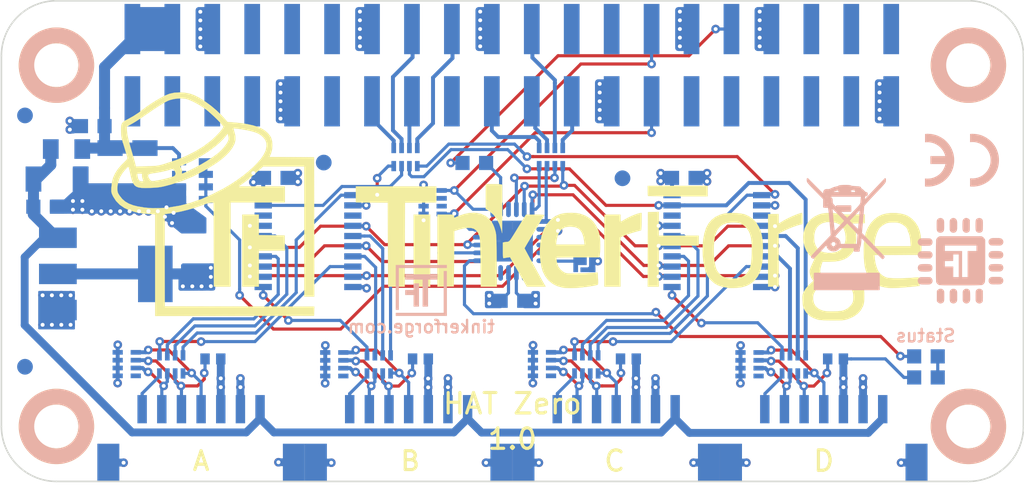
<source format=kicad_pcb>
(kicad_pcb (version 20221018) (generator pcbnew)
  (layers (0 "F.Cu" signal) (1 "In1.Cu" power "GND") (2 "In2.Cu" power "VCC") (31 "B.Cu" signal) (34 "B.Paste" user) (35 "F.Paste" user) (36 "B.SilkS" user "B.Silkscreen") (37 "F.SilkS" user "F.Silkscreen") (38 "B.Mask" user) (39 "F.Mask" user) (44 "Edge.Cuts" user))
  (net 0 "")
  (net 1 "GND")
  (net 2 "+5V")
  (net 3 "B-3V3")
  (net 4 "Net-(CP201-Pad2)")
  (net 5 "Net-(CP201-Pad3)")
  (net 6 "Net-(CP202-Pad3)")
  (net 7 "Net-(CP202-Pad2)")
  (net 8 "Net-(CP203-Pad3)")
  (net 9 "Net-(CP203-Pad2)")
  (net 10 "Net-(CP204-Pad2)")
  (net 11 "Net-(CP204-Pad3)")
  (net 12 "Net-(D101-Pad2)")
  (net 13 "Net-(J101-Pad2)")
  (net 14 "RASP-SD")
  (net 15 "RASP-SC")
  (net 16 "Net-(J102-Pad23)")
  (net 17 "Net-(J102-Pad13)")
  (net 18 "Net-(J102-Pad15)")
  (net 19 "Net-(J102-Pad16)")
  (net 20 "Net-(J102-Pad18)")
  (net 21 "Net-(J102-Pad19)")
  (net 22 "Net-(J102-Pad21)")
  (net 23 "Net-(J102-Pad32)")
  (net 24 "B-5V")
  (net 25 "Net-(P201-Pad7)")
  (net 26 "Net-(P202-Pad7)")
  (net 27 "Net-(P203-Pad7)")
  (net 28 "Net-(P204-Pad7)")
  (net 29 "RASP-GP")
  (net 30 "IN-VOLTAGE")
  (net 31 "B-CS0")
  (net 32 "B-CS1")
  (net 33 "B-CS3")
  (net 34 "B-CS2")
  (net 35 "B-CS4")
  (net 36 "B-CLK")
  (net 37 "B-MISO")
  (net 38 "B-MOSI")
  (net 39 "Net-(RP201-Pad7)")
  (net 40 "Net-(RP201-Pad6)")
  (net 41 "Net-(RP201-Pad5)")
  (net 42 "Net-(RP202-Pad5)")
  (net 43 "Net-(RP202-Pad6)")
  (net 44 "Net-(RP202-Pad7)")
  (net 45 "Net-(RP203-Pad5)")
  (net 46 "Net-(RP203-Pad6)")
  (net 47 "Net-(RP203-Pad7)")
  (net 48 "Net-(RP204-Pad7)")
  (net 49 "Net-(RP204-Pad6)")
  (net 50 "Net-(RP204-Pad5)")
  (net 51 "Net-(CP201-Pad4)")
  (net 52 "Net-(CP202-Pad4)")
  (net 53 "Net-(CP203-Pad4)")
  (net 54 "Net-(CP204-Pad4)")
  (net 55 "Net-(J102-Pad22)")
  (net 56 "Net-(P101-Pad1)")
  (net 57 "Net-(R102-Pad2)")
  (net 58 "Net-(CP201-Pad1)")
  (net 59 "Net-(CP202-Pad1)")
  (net 60 "Net-(CP203-Pad1)")
  (net 61 "Net-(CP204-Pad1)")
  (net 62 "Net-(RP103-Pad6)")
  (net 63 "Net-(RP103-Pad7)")
  (net 64 "Net-(U101-Pad3)")
  (net 65 "Net-(U101-Pad4)")
  (net 66 "Net-(U101-Pad5)")
  (net 67 "Net-(U101-Pad8)")
  (net 68 "Net-(U101-Pad11)")
  (net 69 "Net-(U101-Pad12)")
  (net 70 "Net-(U101-Pad18)")
  (net 71 "Net-(U101-Pad21)")
  (net 72 "Net-(U201-Pad18)")
  (net 73 "Net-(U201-Pad3)")
  (net 74 "Net-(U202-Pad3)")
  (net 75 "Net-(U202-Pad18)")
  (net 76 "Net-(J102-Pad29)")
  (net 77 "Net-(J102-Pad24)")
  (net 78 "Net-(J102-Pad1)")
  (net 79 "Net-(J102-Pad3)")
  (net 80 "Net-(J102-Pad5)")
  (net 81 "Net-(J102-Pad7)")
  (net 82 "Net-(J102-Pad8)")
  (net 83 "Net-(J102-Pad10)")
  (net 84 "Net-(J102-Pad11)")
  (net 85 "Net-(J102-Pad12)")
  (net 86 "Net-(J102-Pad17)")
  (net 87 "Net-(J102-Pad26)")
  (net 88 "Net-(J102-Pad31)")
  (net 89 "Net-(J102-Pad33)")
  (net 90 "Net-(J102-Pad36)")
  (net 91 "Net-(J102-Pad35)")
  (net 92 "Net-(J102-Pad38)")
  (net 93 "Net-(J102-Pad37)")
  (net 94 "Net-(J102-Pad40)")
  (net 95 "Net-(U101-Pad16)")
  (net 96 "Net-(U101-Pad7)")
  (footprint "kicad-libraries:LOGO_TF_HAT" (layer "F.Cu") (at 139.1 54.9)
    (fp_text reference "G***" hide)
    (fp_text value "LOGO" hide)
  )
  (footprint "kicad-libraries:Fiducial_Mark" (layer "F.Cu") (at 108 65.15)
    (fp_text reference "Fiducial_Mark" hide)
    (fp_text value "VAL**" hide)
  )
  (footprint "kicad-libraries:Fiducial_Mark" (layer "F.Cu") (at 108 49.15)
    (fp_text reference "Fiducial_Mark" hide)
    (fp_text value "VAL**" hide)
  )
  (footprint "kicad-libraries:Fiducial_Mark" (layer "F.Cu") (at 127 52.15)
    (fp_text reference "Fiducial_Mark" hide)
    (fp_text value "VAL**" hide)
  )
  (footprint "kicad-libraries:Fiducial_Mark" (layer "F.Cu") (at 146 53.15)
    (fp_text reference "Fiducial_Mark" hide)
    (fp_text value "VAL**" hide)
  )
  (footprint "kicad-libraries:C1206" (layer "B.Cu") (at 115.63 52.73 -90)
    (fp_text reference "C102")
    (fp_text value "10uF")
  )
  (footprint "kicad-libraries:C1206" (layer "B.Cu") (at 110.04 53.2)
    (fp_text reference "C103")
    (fp_text value "10uF")
  )
  (footprint "kicad-libraries:C0603F" (layer "B.Cu") (at 109.28 54.96)
    (fp_text reference "C104")
    (fp_text value "100nF")
  )
  (footprint "kicad-libraries:C1206" (layer "B.Cu") (at 113.41 52.73 90)
    (fp_text reference "C105")
    (fp_text value "10uF")
  )
  (footprint "kicad-libraries:C0603F" (layer "B.Cu") (at 112.31 49.83)
    (fp_text reference "C106")
    (fp_text value "100nF")
  )
  (footprint "kicad-libraries:C1206" (layer "B.Cu") (at 118.73 57.66 90)
    (fp_text reference "C107")
    (fp_text value "10uF")
  )
  (footprint "kicad-libraries:C0603F" (layer "B.Cu") (at 149.9 53.125 180)
    (fp_text reference "C201")
    (fp_text value "100nF")
  )
  (footprint "kicad-libraries:C0603F" (layer "B.Cu") (at 123.95 53.125 180)
    (fp_text reference "C202")
    (fp_text value "100nF")
  )
  (footprint "kicad-libraries:4X0402" (layer "B.Cu") (at 114.47 64.98 -90)
    (fp_text reference "CP201")
    (fp_text value "220pF")
  )
  (footprint "kicad-libraries:4X0402" (layer "B.Cu") (at 127.67 64.99 -90)
    (fp_text reference "CP202")
    (fp_text value "220pF")
  )
  (footprint "kicad-libraries:4X0402" (layer "B.Cu") (at 140.88 64.98 -90)
    (fp_text reference "CP203")
    (fp_text value "220pF")
  )
  (footprint "kicad-libraries:4X0402" (layer "B.Cu") (at 154.08 64.99 -90)
    (fp_text reference "CP204")
    (fp_text value "220pF")
  )
  (footprint "kicad-libraries:D0603F" (layer "B.Cu") (at 165.3 65.83)
    (fp_text reference "D101")
    (fp_text value "blue")
  )
  (footprint "kicad-libraries:SolderJumper" (layer "B.Cu") (at 143.575 58.425 180)
    (fp_text reference "J101")
    (fp_text value "Boot")
  )
  (footprint "kicad-libraries:R0805" (layer "B.Cu") (at 110.64 51.29)
    (fp_text reference "L101")
    (fp_text value "FB")
  )
  (footprint "kicad-libraries:DEBUG_PAD" (layer "B.Cu") (at 134.575 57.9)
    (fp_text reference "P101")
    (fp_text value "Debug")
  )
  (footprint "kicad-libraries:CON-SENSOR2" (layer "B.Cu") (at 119.2 72.45 180)
    (fp_text reference "P201")
    (fp_text value "CON-SENSOR2")
  )
  (footprint "kicad-libraries:CON-SENSOR2" (layer "B.Cu") (at 132.4 72.45 180)
    (fp_text reference "P202")
    (fp_text value "CON-SENSOR2")
  )
  (footprint "kicad-libraries:CON-SENSOR2" (layer "B.Cu") (at 145.6 72.45 180)
    (fp_text reference "P203")
    (fp_text value "CON-SENSOR2")
  )
  (footprint "kicad-libraries:CON-SENSOR2" (layer "B.Cu") (at 158.8 72.45 180)
    (fp_text reference "P204")
    (fp_text value "CON-SENSOR2")
  )
  (footprint "kicad-libraries:R0603F" (layer "B.Cu") (at 136.575 52.175 180)
    (fp_text reference "R101")
    (fp_text value "1k")
  )
  (footprint "kicad-libraries:4X0603" (layer "B.Cu") (at 118.65 53.3 90)
    (fp_text reference "RP102")
    (fp_text value "10k")
  )
  (footprint "kicad-libraries:4X0402" (layer "B.Cu") (at 132.2 51.8 180)
    (fp_text reference "RP104")
    (fp_text value "82")
  )
  (footprint "kicad-libraries:4X0402" (layer "B.Cu") (at 141.45 51.8 180)
    (fp_text reference "RP106")
    (fp_text value "82")
  )
  (footprint "kicad-libraries:4X0402" (layer "B.Cu") (at 117.3 65 180)
    (fp_text reference "RP201")
    (fp_text value "82")
  )
  (footprint "kicad-libraries:4X0402" (layer "B.Cu") (at 130.5 65 180)
    (fp_text reference "RP202")
    (fp_text value "82")
  )
  (footprint "kicad-libraries:4X0402" (layer "B.Cu") (at 143.7 65 180)
    (fp_text reference "RP203")
    (fp_text value "82")
  )
  (footprint "kicad-libraries:4X0402" (layer "B.Cu") (at 156.9 65 180)
    (fp_text reference "RP204")
    (fp_text value "82")
  )
  (footprint "kicad-libraries:QFN24-4x4mm-0.5mm" (layer "B.Cu") (at 139 57.15 180)
    (fp_text reference "U101")
    (fp_text value "XMC1100")
  )
  (footprint "kicad-libraries:SOT-223" (layer "B.Cu") (at 113.19 59.24 90)
    (fp_text reference "U102")
    (fp_text value "LD1117")
  )
  (footprint "kicad-libraries:TSSOP20" (layer "B.Cu") (at 126 57.15 -90)
    (fp_text reference "U201")
    (fp_text value "74AHC244")
  )
  (footprint "kicad-libraries:TSSOP20" (layer "B.Cu") (at 152 57.15 -90)
    (fp_text reference "U202")
    (fp_text value "74AHC244")
  )
  (footprint "R0603F" (layer "B.Cu") (at 165.3 64.49 180)
    (fp_text reference "R102")
    (fp_text value "1k")
  )
  (footprint "kicad-libraries:raspberrypi_zero_hat" (layer "B.Cu") (at 138.96 45.95 180)
    (fp_text reference "J102")
    (fp_text value "Raspberry_Pi_Zero")
  )
  (footprint "kicad-libraries:C0603F" (layer "B.Cu") (at 139 60.95)
    (fp_text reference "C101")
    (fp_text value "100nF")
  )
  (footprint "kicad-libraries:4X0402" (layer "B.Cu") (at 133.925 54.675 90)
    (fp_text reference "RP103")
    (fp_text value "3.9k")
  )
  (footprint "kicad-libraries:R0402F" (layer "B.Cu") (at 119.95 64.65 180)
    (fp_text reference "R1")
    (fp_text value "100k")
  )
  (footprint "kicad-libraries:R0402F" (layer "B.Cu") (at 133.15 64.65 180)
    (fp_text reference "R2")
    (fp_text value "100k")
  )
  (footprint "kicad-libraries:R0402F" (layer "B.Cu") (at 146.374999 64.65 180)
    (fp_text reference "R3")
    (fp_text value "100k")
  )
  (footprint "kicad-libraries:R0402F" (layer "B.Cu") (at 159.55 64.65 180)
    (fp_text reference "R4")
    (fp_text value "100k")
  )
  (footprint "kicad-libraries:Logo_31x31" (layer "B.Cu") (at 133.2 60.3 180)
    (fp_text reference "G***" hide)
    (fp_text value "LOGO" hide)
  )
  (footprint "kicad-libraries:CE_5mm" (layer "B.Cu") (at 167.55 52 180)
    (fp_text reference "VAL" hide)
    (fp_text value "CE_5mm" hide)
  )
  (footprint "kicad-libraries:WEEE_7mm" (layer "B.Cu") (at 160.25 56.7 180)
    (fp_text reference "VAL" hide)
    (fp_text value "WEEE_7mm" hide)
  )
  (footprint "kicad-libraries:Logo_CoMCU" (layer "B.Cu") (at 167.5 58.4 180)
    (fp_text reference "G***" hide)
    (fp_text value "LOGO" hide)
  )
  (gr_circle (center 110 68.95) (end 111.9 68.95) (stroke (width 1)) (fill none) (layer "B.SilkS"))
  (gr_circle (center 168 68.95) (end 169.9 68.95) (stroke (width 1)) (fill none) (layer "B.SilkS"))
  (gr_circle (center 110 45.95) (end 111.9 45.95) (stroke (width 1)) (fill none) (layer "B.SilkS"))
  (gr_circle (center 168 45.95) (end 169.9 45.95) (stroke (width 1)) (fill none) (layer "B.SilkS"))
  (gr_circle (center 168 45.95) (end 169.9 45.95) (stroke (width 1)) (fill none) (layer "F.SilkS"))
  (gr_circle (center 110 45.95) (end 111.9 45.95) (stroke (width 1)) (fill none) (layer "F.SilkS"))
  (gr_circle (center 110 68.95) (end 111.9 68.95) (stroke (width 1)) (fill none) (layer "F.SilkS"))
  (gr_circle (center 168 68.95) (end 169.9 68.95) (stroke (width 1)) (fill none) (layer "F.SilkS"))
  (gr_arc (start 171.5 68.95) (mid 170.474874 71.424874) (end 168 72.45) (stroke (width 0.09906)) (layer "Edge.Cuts"))
  (gr_line (start 110 41.85) (end 168 41.85) (stroke (width 0.09906)) (layer "Edge.Cuts"))
  (gr_arc (start 110 72.45) (mid 107.525126 71.424874) (end 106.5 68.95) (stroke (width 0.09906)) (layer "Edge.Cuts"))
  (gr_line (start 171.5 68.95) (end 171.5 45.35) (stroke (width 0.09906)) (layer "Edge.Cuts"))
  (gr_arc (start 168 41.85) (mid 170.474874 42.875126) (end 171.5 45.35) (stroke (width 0.09906)) (layer "Edge.Cuts"))
  (gr_line (start 106.5 45.35) (end 106.5 68.95) (stroke (width 0.09906)) (layer "Edge.Cuts"))
  (gr_line (start 168 72.45) (end 110 72.45) (stroke (width 0.09906)) (layer "Edge.Cuts"))
  (gr_arc (start 106.5 45.35) (mid 107.525126 42.875126) (end 110 41.85) (stroke (width 0.09906)) (layer "Edge.Cuts"))
  (gr_text "tinkerforge.com" (at 133.2 62.6) (layer "B.SilkS") (effects (font (size 0.8 0.8)) (justify mirror)))
  (gr_text "Status" (at 165.275 63.175) (layer "B.SilkS") (effects (font (size 0.8 0.8)) (justify mirror)))
  (gr_text "D" (at 158.8 71.15) (layer "F.SilkS") (effects (font (size 1.3 1.3) (thickness 0.2))))
  (gr_text "1.0" (at 139 69.75) (layer "F.SilkS") (effects (font (size 1.3 1.3) (thickness 0.2))))
  (gr_text "HAT Zero" (at 139 67.5) (layer "F.SilkS") (effects (font (size 1.3 1.3) (thickness 0.2))))
  (gr_text "A" (at 119.2 71.15) (layer "F.SilkS") (effects (font (size 1.2 1.2) (thickness 0.2))))
  (gr_text "B" (at 132.5 71.15) (layer "F.SilkS") (effects (font (size 1.2 1.2) (thickness 0.2))))
  (gr_text "C" (at 145.5 71.15) (layer "F.SilkS") (effects (font (size 1.3 1.3) (thickness 0.2))))
  (via (at 161.3 66.45) (size 0.55) (drill 0.25) (layers "F.Cu" "B.Cu") (net 1))
  (via (at 161.3 65.89) (size 0.55) (drill 0.25) (layers "F.Cu" "B.Cu") (net 1))
  (via (at 129.3 43.09) (size 0.55) (drill 0.25) (layers "F.Cu" "B.Cu") (net 1))
  (via (at 129.3 44.75) (size 0.55) (drill 0.25) (layers "F.Cu" "B.Cu") (net 1))
  (via (at 129.3 44.2) (size 0.55) (drill 0.25) (layers "F.Cu" "B.Cu") (net 1))
  (via (at 129.3 42.54) (size 0.55) (drill 0.25) (layers "F.Cu" "B.Cu") (net 1))
  (via (at 129.3 43.65) (size 0.55) (drill 0.25) (layers "F.Cu" "B.Cu") (net 1))
  (via (at 153.5 66.2) (size 0.55) (drill 0.25) (layers "F.Cu" "B.Cu") (net 1))
  (via (at 153.51 63.79) (size 0.55) (drill 0.25) (layers "F.Cu" "B.Cu") (net 1))
  (via (at 115.85 55.25) (size 0.55) (drill 0.25) (layers "F.Cu" "B.Cu") (net 1))
  (via (at 124.25 47.69) (size 0.55) (drill 0.25) (layers "F.Cu" "B.Cu") (net 1))
  (via (at 150.52 71.26) (size 0.55) (drill 0.25) (layers "F.Cu" "B.Cu") (net 1))
  (via (at 140.475 60.625) (size 0.55) (drill 0.25) (layers "F.Cu" "B.Cu") (net 1))
  (via (at 149.65 43.09) (size 0.55) (drill 0.25) (layers "F.Cu" "B.Cu") (net 1))
  (via (at 154.725 44.2) (size 0.55) (drill 0.25) (layers "F.Cu" "B.Cu") (net 1))
  (via (at 162.35 47.69) (size 0.55) (drill 0.25) (layers "F.Cu" "B.Cu") (net 1))
  (via (at 124.25 47.14) (size 0.55) (drill 0.25) (layers "F.Cu" "B.Cu") (net 1))
  (via (at 119.15 43.66) (size 0.55) (drill 0.25) (layers "F.Cu" "B.Cu") (net 1))
  (via (at 140.475 61.124991) (size 0.55) (drill 0.25) (layers "F.Cu" "B.Cu") (net 1))
  (via (at 110.9 62.48) (size 0.55) (drill 0.25) (layers "F.Cu" "B.Cu") (net 1))
  (via (at 162.35 47.14) (size 0.55) (drill 0.25) (layers "F.Cu" "B.Cu") (net 1))
  (via (at 136.95 43.65) (size 0.55) (drill 0.25) (layers "F.Cu" "B.Cu") (net 1))
  (via (at 116.45 55.25) (size 0.55) (drill 0.25) (layers "F.Cu" "B.Cu") (net 1))
  (via (at 127.09 66.2) (size 0.55) (drill 0.25) (layers "F.Cu" "B.Cu") (net 1))
  (via (at 115.85 55.25) (size 0.55) (drill 0.25) (layers "F.Cu" "B.Cu") (net 1))
  (via (at 129.7 54.875) (size 0.55) (drill 0.25) (layers "F.Cu" "B.Cu") (net 1))
  (via (at 154.725 42.54) (size 0.55) (drill 0.25) (layers "F.Cu" "B.Cu") (net 1))
  (via (at 155.7 54.875) (size 0.55) (drill 0.25) (layers "F.Cu" "B.Cu") (net 1))
  (via (at 124.120002 71.23) (size 0.55) (drill 0.25) (layers "F.Cu" "B.Cu") (net 1))
  (via (at 109.71 62.48) (size 0.55) (drill 0.25) (layers "F.Cu" "B.Cu") (net 1))
  (via (at 109.12 60.6) (size 0.55) (drill 0.25) (layers "F.Cu" "B.Cu") (net 1))
  (via (at 154.725 44.75) (size 0.55) (drill 0.25) (layers "F.Cu" "B.Cu") (net 1))
  (via (at 125.35 53.374984) (size 0.55) (drill 0.25) (layers "F.Cu" "B.Cu") (net 1))
  (via (at 154.725 43.09) (size 0.55) (drill 0.25) (layers "F.Cu" "B.Cu") (net 1))
  (via (at 144.425 58.425) (size 0.55) (drill 0.25) (layers "F.Cu" "B.Cu") (net 1))
  (via (at 116.9 55.6) (size 0.55) (drill 0.25) (layers "F.Cu" "B.Cu") (net 1))
  (via (at 151.375 52.825) (size 0.55) (drill 0.25) (layers "F.Cu" "B.Cu") (net 1))
  (via (at 154.725 43.65) (size 0.55) (drill 0.25) (layers "F.Cu" "B.Cu") (net 1))
  (via (at 119.15 44.21) (size 0.55) (drill 0.25) (layers "F.Cu" "B.Cu") (net 1))
  (via (at 136.95 43.09) (size 0.55) (drill 0.25) (layers "F.Cu" "B.Cu") (net 1))
  (via (at 109.12 62.48) (size 0.55) (drill 0.25) (layers "F.Cu" "B.Cu") (net 1))
  (via (at 140.68 71.26) (size 0.55) (drill 0.25) (layers "F.Cu" "B.Cu") (net 1))
  (via (at 151.375 53.35) (size 0.55) (drill 0.25) (layers "F.Cu" "B.Cu") (net 1))
  (via (at 112.85 55.25) (size 0.55) (drill 0.25) (layers "F.Cu" "B.Cu") (net 1))
  (via (at 149.65 44.75) (size 0.55) (drill 0.25) (layers "F.Cu" "B.Cu") (net 1))
  (via (at 119.15 43.1) (size 0.55) (drill 0.25) (layers "F.Cu" "B.Cu") (net 1))
  (via (at 144.55 47.69) (size 0.55) (drill 0.25) (layers "F.Cu" "B.Cu") (net 1))
  (via (at 137.32 71.26) (size 0.55) (drill 0.25) (layers "F.Cu" "B.Cu") (net 1))
  (via (at 124.25 48.25) (size 0.55) (drill 0.25) (layers "F.Cu" "B.Cu") (net 1))
  (via (at 110.31 62.48) (size 0.55) (drill 0.25) (layers "F.Cu" "B.Cu") (net 1))
  (via (at 136.95 44.75) (size 0.55) (drill 0.25) (layers "F.Cu" "B.Cu") (net 1))
  (via (at 153.88 71.26) (size 0.55) (drill 0.25) (layers "F.Cu" "B.Cu") (net 1))
  (via (at 117.35 56) (size 0.55) (drill 0.25) (layers "F.Cu" "B.Cu") (net 1))
  (via (at 144.55 47.14) (size 0.55) (drill 0.25) (layers "F.Cu" "B.Cu") (net 1))
  (via (at 162.35 48.8) (size 0.55) (drill 0.25) (layers "F.Cu" "B.Cu") (net 1))
  (via (at 127.48 71.26) (size 0.55) (drill 0.25) (layers "F.Cu" "B.Cu") (net 1))
  (via (at 122.3 56.175) (size 0.55) (drill 0.25) (layers "F.Cu" "B.Cu") (net 1))
  (via (at 144.55 48.25) (size 0.55) (drill 0.25) (layers "F.Cu" "B.Cu") (net 1))
  (via (at 127.1 63.79) (size 0.55) (drill 0.25) (layers "F.Cu" "B.Cu") (net 1))
  (via (at 155.7 60.075) (size 0.55) (drill 0.25) (layers "F.Cu" "B.Cu") (net 1))
  (via (at 148.3 56.175) (size 0.55) (drill 0.25) (layers "F.Cu" "B.Cu") (net 1))
  (via (at 125.35 52.825) (size 0.55) (drill 0.25) (layers "F.Cu" "B.Cu") (net 1))
  (via (at 140.3 66.19) (size 0.55) (drill 0.25) (layers "F.Cu" "B.Cu") (net 1))
  (via (at 111.05 55.15) (size 0.55) (drill 0.25) (layers "F.Cu" "B.Cu") (net 1))
  (via (at 111.65 54.6) (size 0.55) (drill 0.25) (layers "F.Cu" "B.Cu") (net 1))
  (via (at 110.9 60.6) (size 0.55) (drill 0.25) (layers "F.Cu" "B.Cu") (net 1))
  (via (at 144.55 49.35) (size 0.55) (drill 0.25) (layers "F.Cu" "B.Cu") (net 1))
  (via (at 124.25 48.8) (size 0.55) (drill 0.25) (layers "F.Cu" "B.Cu") (net 1))
  (via (at 113.89 66.19) (size 0.55) (drill 0.25) (layers "F.Cu" "B.Cu") (net 1))
  (via (at 112.25 55.25) (size 0.55) (drill 0.25) (layers "F.Cu" "B.Cu") (net 1))
  (via (at 110.849994 49.499994) (size 0.55) (drill 0.25) (layers "F.Cu" "B.Cu") (net 1))
  (via (at 113.45 55.25) (size 0.55) (drill 0.25) (layers "F.Cu" "B.Cu") (net 1))
  (via (at 109.71 60.6) (size 0.55) (drill 0.25) (layers "F.Cu" "B.Cu") (net 1))
  (via (at 111.05 54.6) (size 0.55) (drill 0.25) (layers "F.Cu" "B.Cu") (net 1))
  (via (at 124.25 49.35) (size 0.55) (drill 0.25) (layers "F.Cu" "B.Cu") (net 1))
  (via (at 115.85 55.25) (size 0.55) (drill 0.25) (layers "F.Cu" "B.Cu") (net 1))
  (via (at 134.9 66.45) (size 0.55) (drill 0.25) (layers "F.Cu" "B.Cu") (net 1))
  (via (at 149.65 44.2) (size 0.55) (drill 0.25) (layers "F.Cu" "B.Cu") (net 1))
  (via (at 110.31 60.6) (size 0.55) (drill 0.25) (layers "F.Cu" "B.Cu") (net 1))
  (via (at 114.65 55.25) (size 0.55) (drill 0.25) (layers "F.Cu" "B.Cu") (net 1))
  (via (at 163.72 71.26) (size 0.55) (drill 0.25) (layers "F.Cu" "B.Cu") (net 1))
  (via (at 121.7 66.45) (size 0.55) (drill 0.25) (layers "F.Cu" "B.Cu") (net 1))
  (via (at 162.35 49.35) (size 0.55) (drill 0.25) (layers "F.Cu" "B.Cu") (net 1))
  (via (at 140.31 63.78) (size 0.55) (drill 0.25) (layers "F.Cu" "B.Cu") (net 1))
  (via (at 114.05 55.25) (size 0.55) (drill 0.25) (layers "F.Cu" "B.Cu") (net 1))
  (via (at 110.85 50.050012) (size 0.55) (drill 0.25) (layers "F.Cu" "B.Cu") (net 1))
  (via (at 119.15 42.55) (size 0.55) (drill 0.25) (layers "F.Cu" "B.Cu") (net 1))
  (via (at 114.27 71.26) (size 0.55) (drill 0.25) (layers "F.Cu" "B.Cu") (net 1))
  (via (at 149.65 42.54) (size 0.55) (drill 0.25) (layers "F.Cu" "B.Cu") (net 1))
  (via (at 117 55) (size 0.55) (drill 0.25) (layers "F.Cu" "B.Cu") (net 1))
  (via (at 129.726068 60.15) (size 0.55) (drill 0.25) (layers "F.Cu" "B.Cu") (net 1))
  (via (at 115.25 55.25) (size 0.55) (drill 0.25) (layers "F.Cu" "B.Cu") (net 1))
  (via (at 136.95 42.54) (size 0.55) (drill 0.25) (layers "F.Cu" "B.Cu") (net 1))
  (via (at 162.35 48.25) (size 0.55) (drill 0.25) (layers "F.Cu" "B.Cu") (net 1))
  (via (at 117.45 55.35) (size 0.55) (drill 0.25) (layers "F.Cu" "B.Cu") (net 1))
  (via (at 119.15 44.76) (size 0.55) (drill 0.25) (layers "F.Cu" "B.Cu") (net 1))
  (via (at 113.9 63.75) (size 0.55) (drill 0.25) (layers "F.Cu" "B.Cu") (net 1))
  (via (at 148.1 66.45) (size 0.55) (drill 0.25) (layers "F.Cu" "B.Cu") (net 1))
  (via (at 136.95 44.2) (size 0.55) (drill 0.25) (layers "F.Cu" "B.Cu") (net 1))
  (via (at 134.9 65.89) (size 0.55) (drill 0.25) (layers "F.Cu" "B.Cu") (net 1))
  (via (at 121.7 65.89) (size 0.55) (drill 0.25) (layers "F.Cu" "B.Cu") (net 1))
  (via (at 111.65 55.15) (size 0.55) (drill 0.25) (layers "F.Cu" "B.Cu") (net 1))
  (via (at 148.1 65.89) (size 0.55) (drill 0.25) (layers "F.Cu" "B.Cu") (net 1))
  (via (at 149.65 43.65) (size 0.55) (drill 0.25) (layers "F.Cu" "B.Cu") (net 1))
  (via (at 144.55 48.8) (size 0.55) (drill 0.25) (layers "F.Cu" "B.Cu") (net 1))
  (segment (start 121.7 66.45) (end 121.7 65.89) (width 0.5) (layer "B.Cu") (net 1))
  (segment (start 161.3 67.85) (end 161.3 66.45) (width 0.5) (layer "B.Cu") (net 1))
  (segment (start 161.3 66.45) (end 161.3 65.89) (width 0.5) (layer "B.Cu") (net 1))
  (segment (start 153.505 64.2407) (end 153.505 63.795) (width 0.25) (layer "B.Cu") (net 1))
  (segment (start 153.505 64.2407) (end 153.505 66.254972) (width 0.25) (layer "B.Cu") (net 1))
  (segment (start 139.25 60.45) (end 139.25 59.175) (width 0.2) (layer "B.Cu") (net 1))
  (segment (start 125.08 71.23) (end 124.50891 71.23) (width 0.5) (layer "B.Cu") (net 1))
  (segment (start 151.375 52.825) (end 151.375 52.85) (width 0.25) (layer "B.Cu") (net 1))
  (segment (start 125.05 53.125) (end 125.35 52.825) (width 0.25) (layer "B.Cu") (net 1))
  (segment (start 151.375 53.35) (end 150.875 53.35) (width 0.25) (layer "B.Cu") (net 1))
  (segment (start 114.26 71.25) (end 114.27 71.26) (width 0.5) (layer "B.Cu") (net 1))
  (segment (start 111.049988 50.050012) (end 110.85 50.050012) (width 0.5) (layer "B.Cu") (net 1))
  (segment (start 111.56 49.83) (end 111.54 49.85) (width 0.5) (layer "B.Cu") (net 1))
  (segment (start 125.35 52.825) (end 125.35 53.374984) (width 0.25) (layer "B.Cu") (net 1))
  (segment (start 111.54 49.85) (end 111.25 49.85) (width 0.5) (layer "B.Cu") (net 1))
  (segment (start 154.84988 60.07354) (end 155.69854 60.07354) (width 0.25) (layer "B.Cu") (net 1))
  (segment (start 121.7 67.85) (end 121.7 66.45) (width 0.5) (layer "B.Cu") (net 1))
  (segment (start 124.7 53.125) (end 125.05 53.125) (width 0.25) (layer "B.Cu") (net 1))
  (segment (start 129.64979 60.07354) (end 129.726068 60.149818) (width 0.25) (layer "B.Cu") (net 1))
  (segment (start 111.35 49.7) (end 111.05 49.7) (width 0.5) (layer "B.Cu") (net 1))
  (segment (start 153.87 71.25) (end 153.88 71.26) (width 0.5) (layer "B.Cu") (net 1))
  (segment (start 122.30218 56.17718) (end 122.3 56.175) (width 0.25) (layer "B.Cu") (net 1))
  (segment (start 111.05 49.7) (end 110.849994 49.499994) (width 0.5) (layer "B.Cu") (net 1))
  (segment (start 126.5 71.25) (end 127.47 71.25) (width 0.5) (layer "B.Cu") (net 1))
  (segment (start 138.3 71.25) (end 137.33 71.25) (width 0.5) (layer "B.Cu") (net 1))
  (segment (start 148.1 67.85) (end 148.1 66.45) (width 0.5) (layer "B.Cu") (net 1))
  (segment (start 139.65 57.8) (end 139.65 56.5) (width 0.2) (layer "B.Cu") (net 1))
  (segment (start 155.6983 54.8767) (end 155.7 54.875) (width 0.25) (layer "B.Cu") (net 1))
  (segment (start 152.9 71.25) (end 153.87 71.25) (width 0.5) (layer "B.Cu") (net 1))
  (segment (start 123.15012 56.17718) (end 122.30218 56.17718) (width 0.25) (layer "B.Cu") (net 1))
  (segment (start 111.25 49.85) (end 111.049988 50.050012) (width 0.5) (layer "B.Cu") (net 1))
  (segment (start 139.75 60.95) (end 139.25 60.45) (width 0.2) (layer "B.Cu") (net 1))
  (segment (start 164.7 71.25) (end 163.73 71.25) (width 0.5) (layer "B.Cu") (net 1))
  (segment (start 140.305 64.2307) (end 140.305 66.244972) (width 0.25) (layer "B.Cu") (net 1))
  (segment (start 140.305 64.2307) (end 140.305 63.785) (width 0.25) (layer "B.Cu") (net 1))
  (segment (start 113.895 63.755) (end 113.9 63.75) (width 0.25) (layer "B.Cu") (net 1))
  (segment (start 151.375 53.35) (end 151.125 53.1) (width 0.25) (layer "B.Cu") (net 1))
  (segment (start 139.7 71.25) (end 140.67 71.25) (width 0.5) (layer "B.Cu") (net 1))
  (segment (start 127.095 64.2407) (end 127.095 66.254972) (width 0.25) (layer "B.Cu") (net 1))
  (segment (start 144.075 58.425) (end 144.075 58.15) (width 0.2) (layer "B.Cu") (net 1))
  (segment (start 124.50891 71.23) (end 124.120002 71.23) (width 0.5) (layer "B.Cu") (net 1))
  (segment (start 129.726068 60.149818) (end 129.726068 60.15) (width 0.25) (layer "B.Cu") (net 1))
  (segment (start 148.30218 56.17718) (end 148.3 56.175) (width 0.25) (layer "B.Cu") (net 1))
  (segment (start 139.25 59.175) (end 139.25 58.2) (width 0.2) (layer "B.Cu") (net 1))
  (segment (start 113.3 71.25) (end 114.26 71.25) (width 0.5) (layer "B.Cu") (net 1))
  (segment (start 139.65 56.5) (end 138.35 56.5) (width 0.2) (layer "B.Cu") (net 1))
  (segment (start 154.84988 54.8767) (end 155.6983 54.8767) (width 0.25) (layer "B.Cu") (net 1))
  (segment (start 140.67 71.25) (end 140.68 71.26) (width 0.5) (layer "B.Cu") (net 1))
  (segment (start 138.35 56.5) (end 138.35 57.8) (width 0.2) (layer "B.Cu") (net 1))
  (segment (start 150.53 71.25) (end 150.52 71.26) (width 0.5) (layer "B.Cu") (net 1))
  (segment (start 151.375 52.85) (end 151.125 53.1) (width 0.25) (layer "B.Cu") (net 1))
  (segment (start 150.95 52.825) (end 150.65 53.125) (width 0.25) (layer "B.Cu") (net 1))
  (segment (start 128.84988 54.8767) (end 129.6983 54.8767) (width 0.25) (layer "B.Cu") (net 1))
  (segment (start 151.375 52.825) (end 150.95 52.825) (width 0.25) (layer "B.Cu") (net 1))
  (segment (start 144.075 58.7) (end 143.8 58.975) (width 0.2) (layer "B.Cu") (net 1))
  (segment (start 124.7 53.125) (end 124.949984 53.374984) (width 0.25) (layer "B.Cu") (net 1))
  (segment (start 113.895 64.2307) (end 113.895 66.244972) (width 0.25) (layer "B.Cu") (net 1))
  (segment (start 113.895 64.2307) (end 113.895 63.755) (width 0.25) (layer "B.Cu") (net 1))
  (segment (start 151.5 71.25) (end 150.53 71.25) (width 0.5) (layer "B.Cu") (net 1))
  (segment (start 144.075 58.15) (end 143.8 57.875) (width 0.2) (layer "B.Cu") (net 1))
  (segment (start 127.47 71.25) (end 127.48 71.26) (width 0.5) (layer "B.Cu") (net 1))
  (segment (start 148.1 66.45) (end 148.1 65.89) (width 0.5) (layer "B.Cu") (net 1))
  (segment (start 155.69854 60.07354) (end 155.7 60.075) (width 0.25) (layer "B.Cu") (net 1))
  (segment (start 124.961092 53.374984) (end 125.35 53.374984) (width 0.25) (layer "B.Cu") (net 1))
  (segment (start 150.875 53.35) (end 150.65 53.125) (width 0.25) (layer "B.Cu") (net 1))
  (segment (start 134.9 67.85) (end 134.9 66.45) (width 0.5) (layer "B.Cu") (net 1))
  (segment (start 124.949984 53.374984) (end 124.961092 53.374984) (width 0.25) (layer "B.Cu") (net 1))
  (segment (start 139.25 58.2) (end 139.65 57.8) (width 0.2) (layer "B.Cu") (net 1))
  (segment (start 134.9 66.45) (end 134.9 65.89) (width 0.5) (layer "B.Cu") (net 1))
  (segment (start 127.095 64.2407) (end 127.095 63.795) (width 0.25) (layer "B.Cu") (net 1))
  (segment (start 113.895 66.244972) (end 113.89 66.249972) (width 0.25) (layer "B.Cu") (net 1))
  (segment (start 129.6983 54.8767) (end 129.7 54.875) (width 0.25) (layer "B.Cu") (net 1))
  (segment (start 163.73 71.25) (end 163.72 71.26) (width 0.5) (layer "B.Cu") (net 1))
  (segment (start 128.84988 60.07354) (end 129.64979 60.07354) (width 0.25) (layer "B.Cu") (net 1))
  (segment (start 144.075 58.425) (end 144.425 58.425) (width 0.2) (layer "B.Cu") (net 1))
  (segment (start 137.33 71.25) (end 137.32 71.26) (width 0.5) (layer "B.Cu") (net 1))
  (segment (start 144.075 58.425) (end 144.075 58.7) (width 0.2) (layer "B.Cu") (net 1))
  (segment (start 149.15012 56.17718) (end 148.30218 56.17718) (width 0.25) (layer "B.Cu") (net 1))
  (segment (start 125.1 71.25) (end 125.08 71.23) (width 0.5) (layer "B.Cu") (net 1))
  (segment (start 117.40163 51.22886) (end 117.7991 51.62633) (width 0.25) (layer "B.Cu") (net 2))
  (segment (start 115.63 51.22886) (end 117.40163 51.22886) (width 0.25) (layer "B.Cu") (net 2))
  (segment (start 113.06 48.68) (end 113.06 49.83) (width 0.7) (layer "B.Cu") (net 2))
  (segment (start 113.06 50.87886) (end 113.41 51.22886) (width 0.7) (layer "B.Cu") (net 2))
  (segment (start 113.06 49.83) (end 113.06 50.87886) (width 0.7) (layer "B.Cu") (net 2))
  (segment (start 113.41 51.22886) (end 111.7019 51.22886) (width 0.7) (layer "B.Cu") (net 2))
  (segment (start 117.7991 52.10112) (end 117.7991 52.90122) (width 0.25) (layer "B.Cu") (net 2))
  (segment (start 113.06 46.07) (end 113.06 48.68) (width 0.7) (layer "B.Cu") (net 2))
  (segment (start 111.7019 51.22886) (end 111.64076 51.29) (width 0.7) (layer "B.Cu") (net 2))
  (segment (start 114.87 43.65) (end 114.87 44.26) (width 0.7) (layer "B.Cu") (net 2))
  (segment (start 114.87 44.26) (end 113.06 46.07) (width 0.7) (layer "B.Cu") (net 2))
  (segment (start 117.7991 51.62633) (end 117.7991 52.10112) (width 0.25) (layer "B.Cu") (net 2))
  (segment (start 113.41 51.22886) (end 115.63 51.22886) (width 0.7) (layer "B.Cu") (net 2))
  (via (at 160.05 65.89) (size 0.55) (drill 0.25) (layers "F.Cu" "B.Cu") (net 3))
  (via (at 160.05 66.45) (size 0.55) (drill 0.25) (layers "F.Cu" "B.Cu") (net 3))
  (via (at 146.86 66.45) (size 0.55) (drill 0.25) (layers "F.Cu" "B.Cu") (net 3))
  (via (at 148.425 52.825) (size 0.55) (drill 0.25) (layers "F.Cu" "B.Cu") (net 3))
  (via (at 148.425 53.325) (size 0.55) (drill 0.25) (layers "F.Cu" "B.Cu") (net 3))
  (via (at 120.45 66.45) (size 0.55) (drill 0.25) (layers "F.Cu" "B.Cu") (net 3))
  (via (at 118.64 60.03) (size 0.55) (drill 0.25) (layers "F.Cu" "B.Cu") (net 3))
  (via (at 119.82 58.85) (size 0.55) (drill 0.25) (layers "F.Cu" "B.Cu") (net 3))
  (via (at 133.64 65.9) (size 0.55) (drill 0.25) (layers "F.Cu" "B.Cu") (net 3))
  (via (at 119.82 59.43) (size 0.55) (drill 0.25) (layers "F.Cu" "B.Cu") (net 3))
  (via (at 122.525 52.825) (size 0.55) (drill 0.25) (layers "F.Cu" "B.Cu") (net 3))
  (via (at 119.82 60.02) (size 0.55) (drill 0.25) (layers "F.Cu" "B.Cu") (net 3))
  (via (at 122.52501 53.4) (size 0.55) (drill 0.25) (layers "F.Cu" "B.Cu") (net 3))
  (via (at 118.04 60.03) (size 0.55) (drill 0.25) (layers "F.Cu" "B.Cu") (net 3))
  (via (at 119.23 60.03) (size 0.55) (drill 0.25) (layers "F.Cu" "B.Cu") (net 3))
  (via (at 120.45 65.89) (size 0.55) (drill 0.25) (layers "F.Cu" "B.Cu") (net 3))
  (via (at 133.35 53.57501) (size 0.55) (drill 0.25) (layers "F.Cu" "B.Cu") (net 3))
  (via (at 133.64 66.46) (size 0.55) (drill 0.25) (layers "F.Cu" "B.Cu") (net 3))
  (via (at 133.35 55.825) (size 0.55) (drill 0.25) (layers "F.Cu" "B.Cu") (net 3))
  (via (at 146.86 65.89) (size 0.55) (drill 0.25) (layers "F.Cu" "B.Cu") (net 3))
  (via (at 137.525 61.124991) (size 0.55) (drill 0.25) (layers "F.Cu" "B.Cu") (net 3))
  (via (at 137.525 60.625) (size 0.55) (drill 0.25) (layers "F.Cu" "B.Cu") (net 3))
  (segment (start 120.45 66.45) (end 120.45 65.89) (width 0.5) (layer "B.Cu") (net 3))
  (segment (start 160.05 66.45) (end 160.05 65.89) (width 0.5) (layer "B.Cu") (net 3))
  (segment (start 160.05 67.85) (end 160.05 66.45) (width 0.5) (layer "B.Cu") (net 3))
  (segment (start 160.05 65.88) (end 160.05 64.64) (width 0.5) (layer "B.Cu") (net 3))
  (segment (start 149.15 53.125) (end 149.15 54.22634) (width 0.25) (layer "B.Cu") (net 3))
  (segment (start 148.425 52.825) (end 148.85 52.825) (width 0.25) (layer "B.Cu") (net 3))
  (segment (start 148.85 52.825) (end 149.15 53.125) (width 0.25) (layer "B.Cu") (net 3))
  (segment (start 122.825 53.125) (end 122.525 52.825) (width 0.25) (layer "B.Cu") (net 3))
  (segment (start 138.25 60.95) (end 138.75 60.45) (width 0.2) (layer "B.Cu") (net 3))
  (segment (start 122.849975 53.099999) (end 122.574976 52.825) (width 0.25) (layer "B.Cu") (net 3))
  (segment (start 148.95 53.325) (end 149.15 53.125) (width 0.25) (layer "B.Cu") (net 3))
  (segment (start 148.425 52.825) (end 148.699999 53.099999) (width 0.25) (layer "B.Cu") (net 3))
  (segment (start 123.2 53.125) (end 122.80001 53.125) (width 0.25) (layer "B.Cu") (net 3))
  (segment (start 146.86 66.45) (end 146.86 65.89) (width 0.5) (layer "B.Cu") (net 3))
  (segment (start 149.15 54.22634) (end 149.15012 54.22646) (width 0.25) (layer "B.Cu") (net 3))
  (segment (start 133.64 66.46) (end 133.64 65.9) (width 0.5) (layer "B.Cu") (net 3))
  (segment (start 122.874976 53.125) (end 122.849975 53.099999) (width 0.25) (layer "B.Cu") (net 3))
  (segment (start 122.80001 53.125) (end 122.52501 53.4) (width 0.25) (layer "B.Cu") (net 3))
  (segment (start 133.35 54.92392) (end 133.35 55.85) (width 0.2) (layer "B.Cu") (net 3))
  (segment (start 120.45 65.89) (end 120.45 64.65) (width 0.5) (layer "B.Cu") (net 3))
  (segment (start 123.2 53.125) (end 122.825 53.125) (width 0.25) (layer "B.Cu") (net 3))
  (segment (start 162.72 64.65) (end 160.55 64.65) (width 0.2) (layer "B.Cu") (net 3))
  (segment (start 123.15012 54.22646) (end 123.15012 53.17488) (width 0.25) (layer "B.Cu") (net 3))
  (segment (start 123.15012 53.17488) (end 123.2 53.125) (width 0.25) (layer "B.Cu") (net 3))
  (segment (start 164.55 65.83) (end 163.9 65.83) (width 0.2) (layer "B.Cu") (net 3))
  (segment (start 123.2 53.125) (end 122.874976 53.125) (width 0.25) (layer "B.Cu") (net 3))
  (segment (start 148.425 53.325) (end 148.95 53.325) (width 0.25) (layer "B.Cu") (net 3))
  (segment (start 122.52501 52.82501) (end 122.525 52.825) (width 0.25) (layer "B.Cu") (net 3))
  (segment (start 133.65 65.89) (end 133.65 64.65) (width 0.5) (layer "B.Cu") (net 3))
  (segment (start 163.9 65.83) (end 162.72 64.65) (width 0.2) (layer "B.Cu") (net 3))
  (segment (start 148.699999 53.150001) (end 148.699999 53.099999) (width 0.25) (layer "B.Cu") (net 3))
  (segment (start 118.65114 59.24) (end 118.73 59.16114) (width 0.7) (layer "B.Cu") (net 3))
  (segment (start 116.2888 59.24) (end 118.65114 59.24) (width 0.7) (layer "B.Cu") (net 3))
  (segment (start 120.45 67.85) (end 120.45 66.45) (width 0.5) (layer "B.Cu") (net 3))
  (segment (start 146.86 65.88) (end 146.86 64.64) (width 0.5) (layer "B.Cu") (net 3))
  (segment (start 133.64 67.86) (end 133.64 66.46) (width 0.5) (layer "B.Cu") (net 3))
  (segment (start 133.35 55.4243) (end 133.35 53.57501) (width 0.2) (layer "B.Cu") (net 3))
  (segment (start 146.86 67.85) (end 146.86 66.45) (width 0.5) (layer "B.Cu") (net 3))
  (segment (start 148.425 52.825) (end 148.425 53.325) (width 0.25) (layer "B.Cu") (net 3))
  (segment (start 138.75 60.45) (end 138.75 59.175) (width 0.2) (layer "B.Cu") (net 3))
  (segment (start 122.52501 53.4) (end 122.52501 52.82501) (width 0.25) (layer "B.Cu") (net 3))
  (segment (start 110.0912 59.24) (end 116.2888 59.24) (width 0.7) (layer "B.Cu") (net 3))
  (segment (start 160.55 64.65) (end 160.05 64.65) (width 0.2) (layer "B.Cu") (net 3))
  (segment (start 119.399996 65.938908) (end 119.399996 65.55) (width 0.2) (layer "F.Cu") (net 4))
  (segment (start 118.968902 66.370002) (end 119.399996 65.938908) (width 0.2) (layer "F.Cu") (net 4))
  (segment (start 116.330003 64.780003) (end 117.645003 66.095003) (width 0.2) (layer "F.Cu") (net 4))
  (segment (start 117.645003 66.095003) (end 117.920002 66.370002) (width 0.2) (layer "F.Cu") (net 4))
  (segment (start 115.84 64.780003) (end 116.330003 64.780003) (width 0.2) (layer "F.Cu") (net 4))
  (segment (start 117.920002 66.370002) (end 118.968902 66.370002) (width 0.2) (layer "F.Cu") (net 4))
  (via (at 117.920002 66.370002) (size 0.55) (drill 0.25) (layers "F.Cu" "B.Cu") (net 4))
  (via (at 115.84 64.780003) (size 0.55) (drill 0.25) (layers "F.Cu" "B.Cu") (net 4))
  (via (at 119.399996 65.55) (size 0.55) (drill 0.25) (layers "F.Cu" "B.Cu") (net 4))
  (segment (start 117.54892 66.1) (end 117.818922 66.370002) (width 0.2) (layer "B.Cu") (net 4))
  (segment (start 115.045 64.73108) (end 115.791077 64.73108) (width 0.25) (layer "B.Cu") (net 4))
  (segment (start 117.818922 66.370002) (end 117.920002 66.370002) (width 0.2) (layer "B.Cu") (net 4))
  (segment (start 115.791077 64.73108) (end 115.84 64.780003) (width 0.25) (layer "B.Cu") (net 4))
  (segment (start 117.54892 65.575) (end 117.54892 66.1) (width 0.2) (layer "B.Cu") (net 4))
  (segment (start 117.95 67.85) (end 117.95 66.4) (width 0.2) (layer "B.Cu") (net 4))
  (segment (start 117.95 66.4) (end 117.920002 66.370002) (width 0.2) (layer "B.Cu") (net 4))
  (segment (start 119.45 64.65) (end 119.45 65.499996) (width 0.2) (layer "B.Cu") (net 4))
  (segment (start 119.45 65.499996) (end 119.399996 65.55) (width 0.2) (layer "B.Cu") (net 4))
  (segment (start 115.829396 65.479925) (end 115.929925 65.479925) (width 0.25) (layer "F.Cu") (net 5))
  (segment (start 115.929925 65.479925) (end 116.82 66.37) (width 0.2) (layer "F.Cu") (net 5))
  (via (at 116.82 66.37) (size 0.55) (drill 0.25) (layers "F.Cu" "B.Cu") (net 5))
  (via (at 115.829396 65.479925) (size 0.55) (drill 0.25) (layers "F.Cu" "B.Cu") (net 5))
  (segment (start 117.05 65.94) (end 117.05 66.1) (width 0.2) (layer "B.Cu") (net 5))
  (segment (start 116.7 66.49) (end 116.7 67.85) (width 0.2) (layer "B.Cu") (net 5))
  (segment (start 116.82 66.33) (end 116.82 66.37) (width 0.2) (layer "B.Cu") (net 5))
  (segment (start 115.72592 65.479925) (end 115.829396 65.479925) (width 0.25) (layer "B.Cu") (net 5))
  (segment (start 116.82 66.37) (end 116.7 66.49) (width 0.2) (layer "B.Cu") (net 5))
  (segment (start 117.05108 65.93892) (end 117.05 65.94) (width 0.2) (layer "B.Cu") (net 5))
  (segment (start 117.05 66.1) (end 116.82 66.33) (width 0.2) (layer "B.Cu") (net 5))
  (segment (start 115.045 65.22892) (end 115.474915 65.22892) (width 0.25) (layer "B.Cu") (net 5))
  (segment (start 115.474915 65.22892) (end 115.72592 65.479925) (width 0.25) (layer "B.Cu") (net 5))
  (segment (start 117.05108 65.575) (end 117.05108 65.93892) (width 0.2) (layer "B.Cu") (net 5))
  (segment (start 129.129925 65.489925) (end 130.02 66.38) (width 0.2) (layer "F.Cu") (net 6))
  (via (at 130.02 66.38) (size 0.55) (drill 0.25) (layers "F.Cu" "B.Cu") (net 6))
  (via (at 129.029396 65.489925) (size 0.55) (drill 0.25) (layers "F.Cu" "B.Cu") (net 6))
  (segment (start 130.02 66.38) (end 129.9 66.5) (width 0.2) (layer "B.Cu") (net 6))
  (segment (start 128.245 65.23892) (end 128.674915 65.23892) (width 0.25) (layer "B.Cu") (net 6))
  (segment (start 130.25108 65.585) (end 130.25108 65.94892) (width 0.2) (layer "B.Cu") (net 6))
  (segment (start 128.674915 65.23892) (end 128.92592 65.489925) (width 0.25) (layer "B.Cu") (net 6))
  (segment (start 129.9 66.5) (end 129.9 67.86) (width 0.2) (layer "B.Cu") (net 6))
  (segment (start 130.25 66.11) (end 130.02 66.34) (width 0.2) (layer "B.Cu") (net 6))
  (segment (start 130.25 65.95) (end 130.25 66.11) (width 0.2) (layer "B.Cu") (net 6))
  (segment (start 130.845003 66.105003) (end 131.120002 66.380002) (width 0.2) (layer "F.Cu") (net 7))
  (segment (start 129.530003 64.790003) (end 130.845003 66.105003) (width 0.2) (layer "F.Cu") (net 7))
  (segment (start 129.04 64.790003) (end 129.530003 64.790003) (width 0.2) (layer "F.Cu") (net 7))
  (segment (start 132.6 65.55) (end 131.769998 66.380002) (width 0.2) (layer "F.Cu") (net 7))
  (segment (start 131.769998 66.380002) (end 131.120002 66.380002) (width 0.2) (layer "F.Cu") (net 7))
  (via (at 129.04 64.790003) (size 0.55) (drill 0.25) (layers "F.Cu" "B.Cu") (net 7))
  (via (at 131.120002 66.380002) (size 0.55) (drill 0.25) (layers "F.Cu" "B.Cu") (net 7))
  (via (at 132.6 65.55) (size 0.55) (drill 0.25) (layers "F.Cu" "B.Cu") (net 7))
  (segment (start 131.15 67.86) (end 131.15 66.41) (width 0.2) (layer "B.Cu") (net 7))
  (segment (start 130.74892 65.585) (end 130.74892 66.11) (width 0.2) (layer "B.Cu") (net 7))
  (segment (start 128.245 64.74108) (end 128.991077 64.74108) (width 0.25) (layer "B.Cu") (net 7))
  (segment (start 130.74892 66.11) (end 131.018922 66.380002) (width 0.2) (layer "B.Cu") (net 7))
  (segment (start 132.65 65.5) (end 132.6 65.55) (width 0.2) (layer "B.Cu") (net 7))
  (segment (start 132.65 64.65) (end 132.65 65.5) (width 0.2) (layer "B.Cu") (net 7))
  (segment (start 142.339925 65.479925) (end 143.23 66.37) (width 0.2) (layer "F.Cu") (net 8))
  (via (at 143.23 66.37) (size 0.55) (drill 0.25) (layers "F.Cu" "B.Cu") (net 8))
  (via (at 142.239396 65.479925) (size 0.55) (drill 0.25) (layers "F.Cu" "B.Cu") (net 8))
  (segment (start 143.46 65.94) (end 143.46 66.1) (width 0.2) (layer "B.Cu") (net 8))
  (segment (start 143.46108 65.575) (end 143.46108 65.93892) (width 0.2) (layer "B.Cu") (net 8))
  (segment (start 141.455 65.22892) (end 141.884915 65.22892) (width 0.25) (layer "B.Cu") (net 8))
  (segment (start 143.23 66.37) (end 143.11 66.49) (width 0.2) (layer "B.Cu") (net 8))
  (segment (start 143.11 66.49) (end 143.11 67.85) (width 0.2) (layer "B.Cu") (net 8))
  (segment (start 141.884915 65.22892) (end 142.13592 65.479925) (width 0.25) (layer "B.Cu") (net 8))
  (segment (start 143.46 66.1) (end 143.23 66.33) (width 0.2) (layer "B.Cu") (net 8))
  (segment (start 142.740003 64.780003) (end 144.055003 66.095003) (width 0.2) (layer "F.Cu") (net 9))
  (segment (start 145.468906 66.370002) (end 144.71891 66.370002) (width 0.2) (layer "F.Cu") (net 9))
  (segment (start 144.055003 66.095003) (end 144.330002 66.370002) (width 0.2) (layer "F.Cu") (net 9))
  (segment (start 145.9 65.55) (end 145.9 65.938908) (width 0.2) (layer "F.Cu") (net 9))
  (segment (start 144.71891 66.370002) (end 144.330002 66.370002) (width 0.2) (layer "F.Cu") (net 9))
  (segment (start 145.9 65.938908) (end 145.468906 66.370002) (width 0.2) (layer "F.Cu") (net 9))
  (segment (start 142.25 64.780003) (end 142.740003 64.780003) (width 0.2) (layer "F.Cu") (net 9))
  (via (at 142.25 64.780003) (size 0.55) (drill 0.25) (layers "F.Cu" "B.Cu") (net 9))
  (via (at 145.9 65.55) (size 0.55) (drill 0.25) (layers "F.Cu" "B.Cu") (net 9))
  (via (at 144.330002 66.370002) (size 0.55) (drill 0.25) (layers "F.Cu" "B.Cu") (net 9))
  (segment (start 145.874999 65.524999) (end 145.9 65.55) (width 0.2) (layer "B.Cu") (net 9))
  (segment (start 143.95892 65.575) (end 143.95892 66.1) (width 0.2) (layer "B.Cu") (net 9))
  (segment (start 144.36 67.85) (end 144.36 66.4) (width 0.2) (layer "B.Cu") (net 9))
  (segment (start 141.455 64.73108) (end 142.201077 64.73108) (width 0.25) (layer "B.Cu") (net 9))
  (segment (start 145.874999 64.65) (end 145.874999 65.524999) (width 0.2) (layer "B.Cu") (net 9))
  (segment (start 143.95892 66.1) (end 144.228922 66.370002) (width 0.2) (layer "B.Cu") (net 9))
  (segment (start 159 65.55) (end 158.169998 66.380002) (width 0.2) (layer "F.Cu") (net 10))
  (segment (start 158.169998 66.380002) (end 157.530002 66.380002) (width 0.2) (layer "F.Cu") (net 10))
  (segment (start 155.45 64.790003) (end 155.940003 64.790003) (width 0.2) (layer "F.Cu") (net 10))
  (segment (start 155.940003 64.790003) (end 157.255003 66.105003) (width 0.2) (layer "F.Cu") (net 10))
  (segment (start 157.255003 66.105003) (end 157.530002 66.380002) (width 0.2) (layer "F.Cu") (net 10))
  (via (at 159 65.55) (size 0.55) (drill 0.25) (layers "F.Cu" "B.Cu") (net 10))
  (via (at 155.45 64.790003) (size 0.55) (drill 0.25) (layers "F.Cu" "B.Cu") (net 10))
  (via (at 157.530002 66.380002) (size 0.55) (drill 0.25) (layers "F.Cu" "B.Cu") (net 10))
  (segment (start 154.655 64.74108) (end 155.401077 64.74108) (width 0.25) (layer "B.Cu") (net 10))
  (segment (start 157.15892 65.585) (end 157.15892 66.11) (width 0.2) (layer "B.Cu") (net 10))
  (segment (start 157.56 67.86) (end 157.56 66.41) (width 0.2) (layer "B.Cu") (net 10))
  (segment (start 157.15892 66.11) (end 157.428922 66.380002) (width 0.2) (layer "B.Cu") (net 10))
  (segment (start 159.05 65.5) (end 159 65.55) (width 0.2) (layer "B.Cu") (net 10))
  (segment (start 159.05 64.65) (end 159.05 65.5) (width 0.2) (layer "B.Cu") (net 10))
  (segment (start 155.539925 65.489925) (end 156.43 66.38) (width 0.2) (layer "F.Cu") (net 11))
  (via (at 156.43 66.38) (size 0.55) (drill 0.25) (layers "F.Cu" "B.Cu") (net 11))
  (via (at 155.439396 65.489925) (size 0.55) (drill 0.25) (layers "F.Cu" "B.Cu") (net 11))
  (segment (start 155.084915 65.23892) (end 155.33592 65.489925) (width 0.25) (layer "B.Cu") (net 11))
  (segment (start 156.43 66.38) (end 156.31 66.5) (width 0.2) (layer "B.Cu") (net 11))
  (segment (start 156.31 66.5) (end 156.31 67.86) (width 0.2) (layer "B.Cu") (net 11))
  (segment (start 156.66108 65.585) (end 156.66108 65.94892) (width 0.2) (layer "B.Cu") (net 11))
  (segment (start 156.66 65.95) (end 156.66 66.11) (width 0.2) (layer "B.Cu") (net 11))
  (segment (start 154.655 65.23892) (end 155.084915 65.23892) (width 0.25) (layer "B.Cu") (net 11))
  (segment (start 156.66 66.11) (end 156.43 66.34) (width 0.2) (layer "B.Cu") (net 11))
  (segment (start 166.05 64.49) (end 166.05 65.83) (width 0.2) (layer "B.Cu") (net 12))
  (segment (start 141.05 58.425) (end 141.025 58.4) (width 0.2) (layer "B.Cu") (net 13))
  (segment (start 143.025 58.425) (end 141.05 58.425) (width 0.2) (layer "B.Cu") (net 13))
  (segment (start 143.025 58.425) (end 143.425 58.425) (width 0.2) (layer "B.Cu") (net 13))
  (segment (start 147.461092 50.25) (end 147.85 50.25) (width 0.2) (layer "F.Cu") (net 14))
  (segment (start 140.449998 50.25) (end 147.461092 50.25) (width 0.2) (layer "F.Cu") (net 14))
  (segment (start 135.299998 55.4) (end 140.449998 50.25) (width 0.2) (layer "F.Cu") (net 14))
  (via (at 135.299998 55.4) (size 0.55) (drill 0.25) (layers "F.Cu" "B.Cu") (net 14))
  (via (at 147.85 50.25) (size 0.55) (drill 0.25) (layers "F.Cu" "B.Cu") (net 14))
  (segment (start 134.5 55.4243) (end 135.275698 55.4243) (width 0.2) (layer "B.Cu") (net 14))
  (segment (start 136.275 56.4) (end 135.299998 55.424998) (width 0.2) (layer "B.Cu") (net 14))
  (segment (start 135.275698 55.4243) (end 135.299998 55.4) (width 0.2) (layer "B.Cu") (net 14))
  (segment (start 147.85 48.25) (end 147.85 50.25) (width 0.2) (layer "B.Cu") (net 14))
  (segment (start 135.299998 55.424998) (end 135.299998 55.4) (width 0.2) (layer "B.Cu") (net 14))
  (segment (start 136.975 56.4) (end 136.275 56.4) (width 0.2) (layer "B.Cu") (net 14))
  (segment (start 147.461092 45.87501) (end 147.85 45.87501) (width 0.2) (layer "F.Cu") (net 15))
  (segment (start 143.35139 45.87501) (end 147.461092 45.87501) (width 0.2) (layer "F.Cu") (net 15))
  (segment (start 135.3007 53.9257) (end 143.35139 45.87501) (width 0.2) (layer "F.Cu") (net 15))
  (via (at 135.3007 53.9257) (size 0.55) (drill 0.25) (layers "F.Cu" "B.Cu") (net 15))
  (via (at 147.85 45.87501) (size 0.55) (drill 0.25) (layers "F.Cu" "B.Cu") (net 15))
  (segment (start 135.3007 53.9257) (end 135.025 53.9257) (width 0.2) (layer "B.Cu") (net 15))
  (segment (start 136.5 55.125) (end 135.3007 53.9257) (width 0.2) (layer "B.Cu") (net 15))
  (segment (start 137.75 55.125) (end 136.5 55.125) (width 0.2) (layer "B.Cu") (net 15))
  (segment (start 147.85 43.65) (end 147.85 45.87501) (width 0.2) (layer "B.Cu") (net 15))
  (segment (start 135.025 53.9257) (end 134.5 53.9257) (width 0.2) (layer "B.Cu") (net 15))
  (segment (start 142.1993 51.225) (end 142.1993 50.7007) (width 0.25) (layer "B.Cu") (net 16))
  (segment (start 142.8 50.1) (end 142.8 48.26) (width 0.25) (layer "B.Cu") (net 16))
  (segment (start 142.8 48.26) (end 142.81 48.25) (width 0.25) (layer "B.Cu") (net 16))
  (segment (start 142.1993 50.7007) (end 142.8 50.1) (width 0.25) (layer "B.Cu") (net 16))
  (segment (start 131.4507 51.225) (end 131.4507 50.7507) (width 0.25) (layer "B.Cu") (net 17))
  (segment (start 130.1 49.4) (end 130.1 48.26) (width 0.25) (layer "B.Cu") (net 17))
  (segment (start 131.4507 50.7507) (end 130.1 49.4) (width 0.25) (layer "B.Cu") (net 17))
  (segment (start 130.1 48.26) (end 130.11 48.25) (width 0.25) (layer "B.Cu") (net 17))
  (segment (start 132.44892 51.225) (end 132.44892 48.45108) (width 0.25) (layer "B.Cu") (net 18))
  (segment (start 132.44892 48.45108) (end 132.65 48.25) (width 0.25) (layer "B.Cu") (net 18))
  (segment (start 131.95108 50.65) (end 131.4 50.09892) (width 0.25) (layer "B.Cu") (net 19))
  (segment (start 131.4 46.7) (end 132.65 45.45) (width 0.25) (layer "B.Cu") (net 19))
  (segment (start 132.65 45.45) (end 132.65 43.65) (width 0.25) (layer "B.Cu") (net 19))
  (segment (start 131.4 50.09892) (end 131.4 46.7) (width 0.25) (layer "B.Cu") (net 19))
  (segment (start 131.95108 51.225) (end 131.95108 50.65) (width 0.25) (layer "B.Cu") (net 19))
  (segment (start 132.9493 51.225) (end 132.9493 50.65) (width 0.25) (layer "B.Cu") (net 20))
  (segment (start 135.19 45.5) (end 135.19 43.65) (width 0.25) (layer "B.Cu") (net 20))
  (segment (start 133.95 49.6493) (end 133.95 46.74) (width 0.25) (layer "B.Cu") (net 20))
  (segment (start 133.95 46.74) (end 135.19 45.5) (width 0.25) (layer "B.Cu") (net 20))
  (segment (start 132.9493 50.65) (end 133.95 49.6493) (width 0.25) (layer "B.Cu") (net 20))
  (segment (start 137.69 50.115) (end 137.69 48.25) (width 0.25) (layer "B.Cu") (net 21))
  (segment (start 138.1 50.525) (end 137.69 50.115) (width 0.25) (layer "B.Cu") (net 21))
  (segment (start 140.45 50.525) (end 138.1 50.525) (width 0.25) (layer "B.Cu") (net 21))
  (segment (start 140.7007 50.7757) (end 140.45 50.525) (width 0.25) (layer "B.Cu") (net 21))
  (segment (start 140.7007 51.225) (end 140.7007 50.7757) (width 0.25) (layer "B.Cu") (net 21))
  (segment (start 141.20108 51.225) (end 141.20108 50.70108) (width 0.25) (layer "B.Cu") (net 22))
  (segment (start 140.45 48.43) (end 140.27 48.25) (width 0.25) (layer "B.Cu") (net 22))
  (segment (start 140.45 49.95) (end 140.45 48.43) (width 0.25) (layer "B.Cu") (net 22))
  (segment (start 141.20108 50.70108) (end 140.45 49.95) (width 0.25) (layer "B.Cu") (net 22))
  (segment (start 141.900004 45.35) (end 135.350003 51.900001) (width 0.2) (layer "F.Cu") (net 23))
  (segment (start 135.350003 51.900001) (end 135.075004 52.175) (width 0.2) (layer "F.Cu") (net 23))
  (segment (start 151.925 43.65) (end 150.225 45.35) (width 0.2) (layer "F.Cu") (net 23))
  (segment (start 150.225 45.35) (end 141.900004 45.35) (width 0.2) (layer "F.Cu") (net 23))
  (via (at 151.925 43.65) (size 0.55) (drill 0.25) (layers "F.Cu" "B.Cu") (net 23))
  (via (at 135.075004 52.175) (size 0.55) (drill 0.25) (layers "F.Cu" "B.Cu") (net 23))
  (segment (start 152.93 43.65) (end 151.925 43.65) (width 0.2) (layer "B.Cu") (net 23))
  (segment (start 135.825 52.175) (end 135.075004 52.175) (width 0.2) (layer "B.Cu") (net 23))
  (segment (start 109.63924 52.30076) (end 108.74 53.2) (width 0.7) (layer "B.Cu") (net 24))
  (segment (start 148.45 69.34) (end 149.35 68.44) (width 0.5) (layer "B.Cu") (net 24))
  (segment (start 109.21124 56.93876) (end 107.98 58.17) (width 0.5) (layer "B.Cu") (net 24))
  (segment (start 108.53 54.96) (end 108.53 55.45) (width 0.7) (layer "B.Cu") (net 24))
  (segment (start 122.95 68.45) (end 122.95 67.85) (width 0.5) (layer "B.Cu") (net 24))
  (segment (start 123.83 69.33) (end 135.27 69.33) (width 0.5) (layer "B.Cu") (net 24))
  (segment (start 107.98 58.17) (end 107.98 62.5) (width 0.5) (layer "B.Cu") (net 24))
  (segment (start 149.35 67.85) (end 149.35 68.45) (width 0.5) (layer "B.Cu") (net 24))
  (segment (start 110.01876 56.93876) (end 110.0912 56.93876) (width 0.7) (layer "B.Cu") (net 24))
  (segment (start 108.53886 54.95114) (end 108.53 54.96) (width 0.7) (layer "B.Cu") (net 24))
  (segment (start 149.35 68.44) (end 149.35 67.85) (width 0.5) (layer "B.Cu") (net 24))
  (segment (start 149.35 68.45) (end 150.26 69.36) (width 0.5) (layer "B.Cu") (net 24))
  (segment (start 110.0912 56.93876) (end 109.21124 56.93876) (width 0.5) (layer "B.Cu") (net 24))
  (segment (start 162.55 68.44) (end 162.55 67.85) (width 0.5) (layer "B.Cu") (net 24))
  (segment (start 122.95 68.45) (end 123.83 69.33) (width 0.5) (layer "B.Cu") (net 24))
  (segment (start 161.63 69.36) (end 162.55 68.44) (width 0.5) (layer "B.Cu") (net 24))
  (segment (start 137.04 69.34) (end 148.45 69.34) (width 0.5) (layer "B.Cu") (net 24))
  (segment (start 114.81 69.33) (end 122.07 69.33) (width 0.5) (layer "B.Cu") (net 24))
  (segment (start 122.07 69.33) (end 122.95 68.45) (width 0.5) (layer "B.Cu") (net 24))
  (segment (start 136.15 67.85) (end 136.15 68.45) (width 0.5) (layer "B.Cu") (net 24))
  (segment (start 109.63924 51.29) (end 109.63924 52.30076) (width 0.7) (layer "B.Cu") (net 24))
  (segment (start 108.53886 53.2) (end 108.53886 54.95114) (width 0.7) (layer "B.Cu") (net 24))
  (segment (start 108.74 53.2) (end 108.53886 53.2) (width 0.7) (layer "B.Cu") (net 24))
  (segment (start 108.53 55.45) (end 110.01876 56.93876) (width 0.7) (layer "B.Cu") (net 24))
  (segment (start 150.26 69.36) (end 161.63 69.36) (width 0.5) (layer "B.Cu") (net 24))
  (segment (start 135.27 69.33) (end 136.15 68.45) (width 0.5) (layer "B.Cu") (net 24))
  (segment (start 107.98 62.5) (end 114.81 69.33) (width 0.5) (layer "B.Cu") (net 24))
  (segment (start 136.15 68.45) (end 137.04 69.34) (width 0.5) (layer "B.Cu") (net 24))
  (segment (start 116.5507 65.75014) (end 116.5507 65.575) (width 0.2) (layer "B.Cu") (net 25))
  (segment (start 115.45 67.85) (end 115.45 66.85084) (width 0.2) (layer "B.Cu") (net 25))
  (segment (start 115.45 66.85084) (end 116.5507 65.75014) (width 0.2) (layer "B.Cu") (net 25))
  (segment (start 129.7507 65.76014) (end 129.7507 65.585) (width 0.2) (layer "B.Cu") (net 26))
  (segment (start 128.65 67.86) (end 128.65 66.86084) (width 0.2) (layer "B.Cu") (net 26))
  (segment (start 128.65 66.86084) (end 129.7507 65.76014) (width 0.2) (layer "B.Cu") (net 26))
  (segment (start 141.86 66.85084) (end 142.9607 65.75014) (width 0.2) (layer "B.Cu") (net 27))
  (segment (start 142.9607 65.75014) (end 142.9607 65.575) (width 0.2) (layer "B.Cu") (net 27))
  (segment (start 141.86 67.85) (end 141.86 66.85084) (width 0.2) (layer "B.Cu") (net 27))
  (segment (start 156.1607 65.76014) (end 156.1607 65.585) (width 0.2) (layer "B.Cu") (net 28))
  (segment (start 155.06 67.86) (end 155.06 66.86084) (width 0.2) (layer "B.Cu") (net 28))
  (segment (start 155.06 66.86084) (end 156.1607 65.76014) (width 0.2) (layer "B.Cu") (net 28))
  (segment (start 138.25 53.1) (end 138.25 55.125) (width 0.2) (layer "B.Cu") (net 29))
  (segment (start 137.275 52.125) (end 138.25 53.1) (width 0.2) (layer "B.Cu") (net 29))
  (segment (start 121.924999 60.874999) (end 121.65 60.6) (width 0.2) (layer "F.Cu") (net 30))
  (segment (start 130.8 60.025) (end 128.075 62.75) (width 0.2) (layer "F.Cu") (net 30))
  (segment (start 141.925 56.525) (end 141.9 56.5) (width 0.2) (layer "F.Cu") (net 30))
  (segment (start 123.8 62.75) (end 121.924999 60.874999) (width 0.2) (layer "F.Cu") (net 30))
  (segment (start 141.9 56.5) (end 138.375 60.025) (width 0.2) (layer "F.Cu") (net 30))
  (segment (start 138.375 60.025) (end 130.8 60.025) (width 0.2) (layer "F.Cu") (net 30))
  (segment (start 128.075 62.75) (end 123.8 62.75) (width 0.2) (layer "F.Cu") (net 30))
  (via (at 121.65 60.6) (size 0.55) (drill 0.25) (layers "F.Cu" "B.Cu") (net 30))
  (via (at 141.9 56.5) (size 0.55) (drill 0.25) (layers "F.Cu" "B.Cu") (net 30))
  (segment (start 119.5009 54.92367) (end 121.65 57.07277) (width 0.2) (layer "B.Cu") (net 30))
  (segment (start 119.5009 54.49888) (end 119.5009 54.92367) (width 0.2) (layer "B.Cu") (net 30))
  (segment (start 141.725 56.5) (end 141.625 56.4) (width 0.2) (layer "B.Cu") (net 30))
  (segment (start 141.9 56.5) (end 141.725 56.5) (width 0.2) (layer "B.Cu") (net 30))
  (segment (start 121.65 60.211092) (end 121.65 60.6) (width 0.2) (layer "B.Cu") (net 30))
  (segment (start 121.65 57.07277) (end 121.65 60.211092) (width 0.2) (layer "B.Cu") (net 30))
  (segment (start 141.625 56.4) (end 141.025 56.4) (width 0.2) (layer "B.Cu") (net 30))
  (segment (start 119.5009 52.10112) (end 119.5009 54.49888) (width 0.2) (layer "B.Cu") (net 30))
  (segment (start 130.4 54.200011) (end 130.4 53.15001) (width 0.2) (layer "F.Cu") (net 31))
  (via (at 130.4 53.15001) (size 0.55) (drill 0.25) (layers "F.Cu" "B.Cu") (net 31))
  (via (at 130.4 54.200011) (size 0.55) (drill 0.25) (layers "F.Cu" "B.Cu") (net 31))
  (segment (start 125.250022 60.427984) (end 125.250022 57.076408) (width 0.2) (layer "B.Cu") (net 31))
  (segment (start 130.373551 54.22646) (end 130.4 54.200011) (width 0.2) (layer "B.Cu") (net 31))
  (segment (start 118.0493 64.425) (end 118.0493 63.9) (width 0.2) (layer "B.Cu") (net 31))
  (segment (start 131.4507 52.375) (end 131.10084 52.375) (width 0.2) (layer "B.Cu") (net 31))
  (segment (start 131.10084 52.375) (end 130.4 53.07584) (width 0.2) (layer "B.Cu") (net 31))
  (segment (start 130.4 53.07584) (end 130.4 53.15001) (width 0.2) (layer "B.Cu") (net 31))
  (segment (start 118.9493 63) (end 122.678006 63) (width 0.2) (layer "B.Cu") (net 31))
  (segment (start 118.0493 63.9) (end 118.9493 63) (width 0.2) (layer "B.Cu") (net 31))
  (segment (start 122.678006 63) (end 125.250022 60.427984) (width 0.2) (layer "B.Cu") (net 31))
  (segment (start 125.250022 57.076408) (end 128.09997 54.22646) (width 0.2) (layer "B.Cu") (net 31))
  (segment (start 128.09997 54.22646) (end 128.84988 54.22646) (width 0.2) (layer "B.Cu") (net 31))
  (segment (start 128.84988 54.22646) (end 130.373551 54.22646) (width 0.2) (layer "B.Cu") (net 31))
  (segment (start 131.226069 53.675011) (end 131.2493 53.65178) (width 0.2) (layer "B.Cu") (net 32))
  (segment (start 131.2493 54.2507) (end 131.25 54.25) (width 0.2) (layer "B.Cu") (net 32))
  (segment (start 131.95108 52.95) (end 131.95108 52.375) (width 0.2) (layer "B.Cu") (net 32))
  (segment (start 131.25 53.65248) (end 131.2493 53.65178) (width 0.2) (layer "B.Cu") (net 32))
  (segment (start 131.2493 64.425) (end 131.2493 54.2507) (width 0.2) (layer "B.Cu") (net 32))
  (segment (start 131.2493 53.65178) (end 131.95108 52.95) (width 0.2) (layer "B.Cu") (net 32))
  (segment (start 128.156431 53.675011) (end 131.226069 53.675011) (width 0.2) (layer "B.Cu") (net 32))
  (segment (start 123.15012 54.8767) (end 126.954742 54.8767) (width 0.2) (layer "B.Cu") (net 32))
  (segment (start 131.25 54.25) (end 131.25 53.65248) (width 0.2) (layer "B.Cu") (net 32))
  (segment (start 126.954742 54.8767) (end 128.156431 53.675011) (width 0.2) (layer "B.Cu") (net 32))
  (segment (start 144.95 54.875) (end 148.3 54.875) (width 0.2) (layer "F.Cu") (net 33))
  (segment (start 142.625 52.55) (end 144.95 54.875) (width 0.2) (layer "F.Cu") (net 33))
  (segment (start 139.925 52.55) (end 142.625 52.55) (width 0.2) (layer "F.Cu") (net 33))
  (via (at 148.3 54.875) (size 0.55) (drill 0.25) (layers "F.Cu" "B.Cu") (net 33))
  (via (at 139.925 52.55) (size 0.55) (drill 0.25) (layers "F.Cu" "B.Cu") (net 33))
  (segment (start 149.95003 54.8767) (end 149.15012 54.8767) (width 0.25) (layer "B.Cu") (net 33))
  (segment (start 157.6493 64.425) (end 157.6493 54.4993) (width 0.25) (layer "B.Cu") (net 33))
  (segment (start 132.44892 52.375) (end 132.44892 52.9) (width 0.2) (layer "B.Cu") (net 33))
  (segment (start 135.094979 51.325011) (end 138.700011 51.325011) (width 0.2) (layer "B.Cu") (net 33))
  (segment (start 132.59892 53.05) (end 133.36999 53.05) (width 0.2) (layer "B.Cu") (net 33))
  (segment (start 133.36999 53.05) (end 135.094979 51.325011) (width 0.2) (layer "B.Cu") (net 33))
  (segment (start 138.700011 51.325011) (end 139.650001 52.275001) (width 0.2) (layer "B.Cu") (net 33))
  (segment (start 149.14842 54.875) (end 149.15012 54.8767) (width 0.2) (layer "B.Cu") (net 33))
  (segment (start 148.3 54.875) (end 149.14842 54.875) (width 0.2) (layer "B.Cu") (net 33))
  (segment (start 157.6493 54.4993) (end 156.6 53.45) (width 0.25) (layer "B.Cu") (net 33))
  (segment (start 156.6 53.45) (end 154.025 53.45) (width 0.25) (layer "B.Cu") (net 33))
  (segment (start 152.5983 54.8767) (end 149.95003 54.8767) (width 0.25) (layer "B.Cu") (net 33))
  (segment (start 139.650001 52.275001) (end 139.925 52.55) (width 0.2) (layer "B.Cu") (net 33))
  (segment (start 154.025 53.45) (end 152.5983 54.8767) (width 0.25) (layer "B.Cu") (net 33))
  (segment (start 132.44892 52.9) (end 132.59892 53.05) (width 0.2) (layer "B.Cu") (net 33))
  (segment (start 140.317563 51.770364) (end 139.928655 51.770364) (width 0.2) (layer "F.Cu") (net 34))
  (segment (start 153.295364 51.770364) (end 140.317563 51.770364) (width 0.2) (layer "F.Cu") (net 34))
  (segment (start 155.7 54.175) (end 153.295364 51.770364) (width 0.2) (layer "F.Cu") (net 34))
  (via (at 139.928655 51.770364) (size 0.55) (drill 0.25) (layers "F.Cu" "B.Cu") (net 34))
  (via (at 155.7 54.175) (size 0.55) (drill 0.25) (layers "F.Cu" "B.Cu") (net 34))
  (segment (start 134.95 50.975) (end 139.133291 50.975) (width 0.2) (layer "B.Cu") (net 34))
  (segment (start 151.4 60.644988) (end 151.4 56.75) (width 0.2) (layer "B.Cu") (net 34))
  (segment (start 149.01999 63.024998) (end 151.4 60.644988) (width 0.2) (layer "B.Cu") (net 34))
  (segment (start 154.09997 54.22646) (end 154.84988 54.22646) (width 0.2) (layer "B.Cu") (net 34))
  (segment (start 153.92354 54.22646) (end 154.09997 54.22646) (width 0.2) (layer "B.Cu") (net 34))
  (segment (start 139.133291 50.975) (end 139.653656 51.495365) (width 0.2) (layer "B.Cu") (net 34))
  (segment (start 139.653656 51.495365) (end 139.928655 51.770364) (width 0.2) (layer "B.Cu") (net 34))
  (segment (start 151.4 56.75) (end 153.92354 54.22646) (width 0.2) (layer "B.Cu") (net 34))
  (segment (start 144.4493 64.425) (end 144.4493 63.723695) (width 0.2) (layer "B.Cu") (net 34))
  (segment (start 155.7 54.175) (end 154.90134 54.175) (width 0.2) (layer "B.Cu") (net 34))
  (segment (start 133.55 52.375) (end 134.95 50.975) (width 0.2) (layer "B.Cu") (net 34))
  (segment (start 154.90134 54.175) (end 154.84988 54.22646) (width 0.2) (layer "B.Cu") (net 34))
  (segment (start 145.147997 63.024998) (end 149.01999 63.024998) (width 0.2) (layer "B.Cu") (net 34))
  (segment (start 132.9493 52.375) (end 133.55 52.375) (width 0.2) (layer "B.Cu") (net 34))
  (segment (start 144.4493 63.723695) (end 145.147997 63.024998) (width 0.2) (layer "B.Cu") (net 34))
  (segment (start 139.12504 53.12499) (end 139.12503 53.125) (width 0.2) (layer "F.Cu") (net 35))
  (segment (start 141.67429 53.12499) (end 139.12504 53.12499) (width 0.2) (layer "F.Cu") (net 35))
  (via (at 139.12503 53.125) (size 0.55) (drill 0.25) (layers "F.Cu" "B.Cu") (net 35))
  (via (at 141.67429 53.12499) (size 0.55) (drill 0.25) (layers "F.Cu" "B.Cu") (net 35))
  (segment (start 139.25 55.125) (end 139.25 53.24997) (width 0.2) (layer "B.Cu") (net 35))
  (segment (start 139.25 53.24997) (end 139.12503 53.125) (width 0.2) (layer "B.Cu") (net 35))
  (segment (start 141.69892 52.375) (end 141.69892 53.10036) (width 0.2) (layer "B.Cu") (net 35))
  (segment (start 141.69892 53.10036) (end 141.67429 53.12499) (width 0.2) (layer "B.Cu") (net 35))
  (segment (start 125.45 57.55) (end 122.3 57.55) (width 0.2) (layer "F.Cu") (net 36))
  (segment (start 135.756881 57.37599) (end 136.145789 57.37599) (width 0.2) (layer "F.Cu") (net 36))
  (segment (start 130.87599 57.37599) (end 135.756881 57.37599) (width 0.2) (layer "F.Cu") (net 36))
  (segment (start 129.7 56.2) (end 130.87599 57.37599) (width 0.2) (layer "F.Cu") (net 36))
  (segment (start 139.775 53.65) (end 136.145789 57.279211) (width 0.2) (layer "F.Cu") (net 36))
  (segment (start 136.145789 57.279211) (end 136.145789 57.37599) (width 0.2) (layer "F.Cu") (net 36))
  (segment (start 155.7 56.2) (end 152.7 56.2) (width 0.2) (layer "F.Cu") (net 36))
  (segment (start 142.275 53.6) (end 142.95 53.6) (width 0.2) (layer "F.Cu") (net 36))
  (segment (start 139.775 53.65) (end 142.225 53.65) (width 0.2) (layer "F.Cu") (net 36))
  (segment (start 146.8 57.45) (end 148.3 57.45) (width 0.2) (layer "F.Cu") (net 36))
  (segment (start 151.45 57.45) (end 148.3 57.45) (width 0.2) (layer "F.Cu") (net 36))
  (segment (start 142.95 53.6) (end 146.8 57.45) (width 0.2) (layer "F.Cu") (net 36))
  (segment (start 142.225 53.65) (end 142.275 53.6) (width 0.2) (layer "F.Cu") (net 36))
  (segment (start 129.7 56.2) (end 126.8 56.2) (width 0.2) (layer "F.Cu") (net 36))
  (segment (start 152.7 56.2) (end 151.45 57.45) (width 0.2) (layer "F.Cu") (net 36))
  (segment (start 126.8 56.2) (end 125.45 57.55) (width 0.2) (layer "F.Cu") (net 36))
  (via (at 129.7 56.2) (size 0.55) (drill 0.25) (layers "F.Cu" "B.Cu") (net 36))
  (via (at 142.275 53.6) (size 0.55) (drill 0.25) (layers "F.Cu" "B.Cu") (net 36))
  (via (at 136.145789 57.37599) (size 0.55) (drill 0.25) (layers "F.Cu" "B.Cu") (net 36))
  (via (at 139.775 53.65) (size 0.55) (drill 0.25) (layers "F.Cu" "B.Cu") (net 36))
  (via (at 155.7 56.2) (size 0.55) (drill 0.25) (layers "F.Cu" "B.Cu") (net 36))
  (via (at 122.3 57.55) (size 0.55) (drill 0.25) (layers "F.Cu" "B.Cu") (net 36))
  (via (at 148.3 57.45) (size 0.55) (drill 0.25) (layers "F.Cu" "B.Cu") (net 36))
  (segment (start 128.84988 56.17718) (end 129.67718 56.17718) (width 0.2) (layer "B.Cu") (net 36))
  (segment (start 123.0727 57.55) (end 123.15012 57.47258) (width 0.2) (layer "B.Cu") (net 36))
  (segment (start 149.12754 57.45) (end 149.15012 57.47258) (width 0.2) (layer "B.Cu") (net 36))
  (segment (start 129.67718 56.17718) (end 129.7 56.2) (width 0.2) (layer "B.Cu") (net 36))
  (segment (start 136.975 57.4) (end 136.169799 57.4) (width 0.2) (layer "B.Cu") (net 36))
  (segment (start 148.3 57.45) (end 149.12754 57.45) (width 0.2) (layer "B.Cu") (net 36))
  (segment (start 142.1993 52.375) (end 142.1993 53.5243) (width 0.2) (layer "B.Cu") (net 36))
  (segment (start 139.75 55.125) (end 139.75 53.675) (width 0.2) (layer "B.Cu") (net 36))
  (segment (start 154.84988 56.17718) (end 155.67718 56.17718) (width 0.2) (layer "B.Cu") (net 36))
  (segment (start 142.1993 53.5243) (end 142.275 53.6) (width 0.2) (layer "B.Cu") (net 36))
  (segment (start 155.67718 56.17718) (end 155.7 56.2) (width 0.2) (layer "B.Cu") (net 36))
  (segment (start 139.75 53.675) (end 139.775 53.65) (width 0.2) (layer "B.Cu") (net 36))
  (segment (start 122.3 57.55) (end 123.0727 57.55) (width 0.2) (layer "B.Cu") (net 36))
  (segment (start 136.169799 57.4) (end 136.145789 57.37599) (width 0.2) (layer "B.Cu") (net 36))
  (segment (start 122.349489 59.350509) (end 122.299998 59.4) (width 0.2) (layer "F.Cu") (net 37))
  (segment (start 155.7 59.35) (end 148.35 59.35) (width 0.2) (layer "F.Cu") (net 37))
  (segment (start 129.72607 59.350509) (end 122.349489 59.350509) (width 0.2) (layer "F.Cu") (net 37))
  (segment (start 142.282666 55.800016) (end 141.893758 55.800016) (width 0.2) (layer "F.Cu") (net 37))
  (segment (start 148.35 59.35) (end 148.3 59.4) (width 0.2) (layer "F.Cu") (net 37))
  (segment (start 141.82298 55.800016) (end 141.893758 55.800016) (width 0.2) (layer "F.Cu") (net 37))
  (segment (start 148.3 59.4) (end 147.325 59.4) (width 0.2) (layer "F.Cu") (net 37))
  (segment (start 143.725016 55.800016) (end 142.282666 55.800016) (width 0.2) (layer "F.Cu") (net 37))
  (segment (start 138.272487 59.350509) (end 141.82298 55.800016) (width 0.2) (layer "F.Cu") (net 37))
  (segment (start 129.72607 59.350509) (end 138.272487 59.350509) (width 0.2) (layer "F.Cu") (net 37))
  (segment (start 147.325 59.4) (end 143.725016 55.800016) (width 0.2) (layer "F.Cu") (net 37))
  (via (at 155.7 59.35) (size 0.55) (drill 0.25) (layers "F.Cu" "B.Cu") (net 37))
  (via (at 122.299998 59.4) (size 0.55) (drill 0.25) (layers "F.Cu" "B.Cu") (net 37))
  (via (at 141.893758 55.800016) (size 0.55) (drill 0.25) (layers "F.Cu" "B.Cu") (net 37))
  (via (at 148.3 59.4) (size 0.55) (drill 0.25) (layers "F.Cu" "B.Cu") (net 37))
  (via (at 129.72607 59.350509) (size 0.55) (drill 0.25) (layers "F.Cu" "B.Cu") (net 37))
  (segment (start 141.149289 52.426791) (end 141.149289 55.799289) (width 0.2) (layer "B.Cu") (net 37))
  (segment (start 141.2 55.85) (end 141.15 55.9) (width 0.2) (layer "B.Cu") (net 37))
  (segment (start 148.3 59.4) (end 149.12682 59.4) (width 0.2) (layer "B.Cu") (net 37))
  (segment (start 141.15 55.9) (end 141.025 55.9) (width 0.2) (layer "B.Cu") (net 37))
  (segment (start 154.84988 59.4233) (end 155.6267 59.4233) (width 0.2) (layer "B.Cu") (net 37))
  (segment (start 141.793774 55.9) (end 141.893758 55.800016) (width 0.2) (layer "B.Cu") (net 37))
  (segment (start 123.15012 59.4233) (end 122.323298 59.4233) (width 0.2) (layer "B.Cu") (net 37))
  (segment (start 129.72607 59.350509) (end 129.653279 59.4233) (width 0.2) (layer "B.Cu") (net 37))
  (segment (start 129.653279 59.4233) (end 128.84988 59.4233) (width 0.2) (layer "B.Cu") (net 37))
  (segment (start 141.025 55.9) (end 141.793774 55.9) (width 0.2) (layer "B.Cu") (net 37))
  (segment (start 141.149289 55.799289) (end 141.2 55.85) (width 0.2) (layer "B.Cu") (net 37))
  (segment (start 155.6267 59.4233) (end 155.7 59.35) (width 0.2) (layer "B.Cu") (net 37))
  (segment (start 141.20108 52.375) (end 141.149289 52.426791) (width 0.2) (layer "B.Cu") (net 37))
  (segment (start 122.323298 59.4233) (end 122.299998 59.4) (width 0.2) (layer "B.Cu") (net 37))
  (segment (start 149.12682 59.4) (end 149.15012 59.4233) (width 0.2) (layer "B.Cu") (net 37))
  (segment (start 129.700002 57.450003) (end 130.7 58.45) (width 0.2) (layer "F.Cu") (net 38))
  (segment (start 142.851706 54.201706) (end 140.687556 54.201706) (width 0.2) (layer "F.Cu") (net 38))
  (segment (start 151.500013 58.699987) (end 148.688908 58.699987) (width 0.2) (layer "F.Cu") (net 38))
  (segment (start 155.7 57.45) (end 152.75 57.45) (width 0.2) (layer "F.Cu") (net 38))
  (segment (start 127.05 57.45) (end 129.699999 57.45) (width 0.2) (layer "F.Cu") (net 38))
  (segment (start 130.7 58.45) (end 137.25 58.45) (width 0.2) (layer "F.Cu") (net 38))
  (segment (start 140.687556 54.201706) (end 140.298648 54.201706) (width 0.2) (layer "F.Cu") (net 38))
  (segment (start 148.688908 58.699987) (end 148.3 58.699987) (width 0.2) (layer "F.Cu") (net 38))
  (segment (start 148.3 58.699987) (end 147.349987 58.699987) (width 0.2) (layer "F.Cu") (net 38))
  (segment (start 140.298648 54.590614) (end 140.298648 54.201706) (width 0.2) (layer "F.Cu") (net 38))
  (segment (start 129.699999 57.45) (end 129.700002 57.450003) (width 0.2) (layer "F.Cu") (net 38))
  (segment (start 152.75 57.45) (end 151.500013 58.699987) (width 0.2) (layer "F.Cu") (net 38))
  (segment (start 137.25 58.45) (end 140.298648 55.401352) (width 0.2) (layer "F.Cu") (net 38))
  (segment (start 140.298648 55.401352) (end 140.298648 54.590614) (width 0.2) (layer "F.Cu") (net 38))
  (segment (start 147.349987 58.699987) (end 142.851706 54.201706) (width 0.2) (layer "F.Cu") (net 38))
  (segment (start 122.299996 58.699989) (end 125.800011 58.699989) (width 0.2) (layer "F.Cu") (net 38))
  (segment (start 125.800011 58.699989) (end 127.05 57.45) (width 0.2) (layer "F.Cu") (net 38))
  (via (at 129.700002 57.450003) (size 0.55) (drill 0.25) (layers "F.Cu" "B.Cu") (net 38))
  (via (at 140.298648 54.201706) (size 0.55) (drill 0.25) (layers "F.Cu" "B.Cu") (net 38))
  (via (at 122.299996 58.699989) (size 0.55) (drill 0.25) (layers "F.Cu" "B.Cu") (net 38))
  (via (at 148.3 58.699987) (size 0.55) (drill 0.25) (layers "F.Cu" "B.Cu") (net 38))
  (via (at 155.7 57.45) (size 0.55) (drill 0.25) (layers "F.Cu" "B.Cu") (net 38))
  (segment (start 128.84988 57.47258) (end 129.677425 57.47258) (width 0.2) (layer "B.Cu") (net 38))
  (segment (start 122.373067 58.77306) (end 122.299996 58.699989) (width 0.2) (layer "B.Cu") (net 38))
  (segment (start 154.84988 57.47258) (end 155.67742 57.47258) (width 0.2) (layer "B.Cu") (net 38))
  (segment (start 140.7007 52.375) (end 140.7007 54.8993) (width 0.2) (layer "B.Cu") (net 38))
  (segment (start 148.373073 58.77306) (end 148.3 58.699987) (width 0.2) (layer "B.Cu") (net 38))
  (segment (start 155.67742 57.47258) (end 155.7 57.45) (width 0.2) (layer "B.Cu") (net 38))
  (segment (start 140.7007 54.8993) (end 140.475 55.125) (width 0.2) (layer "B.Cu") (net 38))
  (segment (start 140.25 54.250354) (end 140.298648 54.201706) (width 0.2) (layer "B.Cu") (net 38))
  (segment (start 129.677425 57.47258) (end 129.700002 57.450003) (width 0.2) (layer "B.Cu") (net 38))
  (segment (start 123.15012 58.77306) (end 122.373067 58.77306) (width 0.2) (layer "B.Cu") (net 38))
  (segment (start 149.15012 58.77306) (end 148.373073 58.77306) (width 0.2) (layer "B.Cu") (net 38))
  (segment (start 140.475 55.125) (end 140.25 55.125) (width 0.2) (layer "B.Cu") (net 38))
  (segment (start 140.25 55.125) (end 140.25 54.250354) (width 0.2) (layer "B.Cu") (net 38))
  (segment (start 118.8 62.55) (end 122.633016 62.55) (width 0.2) (layer "B.Cu") (net 39))
  (segment (start 123.90003 56.82742) (end 123.15012 56.82742) (width 0.2) (layer "B.Cu") (net 39))
  (segment (start 117.54892 63.80108) (end 118.8 62.55) (width 0.2) (layer "B.Cu") (net 39))
  (segment (start 122.633016 62.55) (end 124.65 60.533016) (width 0.2) (layer "B.Cu") (net 39))
  (segment (start 117.54892 64.425) (end 117.54892 63.80108) (width 0.2) (layer "B.Cu") (net 39))
  (segment (start 124.65 60.533016) (end 124.65 57.57739) (width 0.2) (layer "B.Cu") (net 39))
  (segment (start 124.65 57.57739) (end 123.90003 56.82742) (width 0.2) (layer "B.Cu") (net 39))
  (segment (start 122.554618 62.099978) (end 118.700022 62.099978) (width 0.2) (layer "B.Cu") (net 40))
  (segment (start 117.05108 63.74892) (end 117.05108 63.85) (width 0.2) (layer "B.Cu") (net 40))
  (segment (start 124.10462 58.27741) (end 124.10462 60.549976) (width 0.2) (layer "B.Cu") (net 40))
  (segment (start 123.95003 58.12282) (end 124.10462 58.27741) (width 0.2) (layer "B.Cu") (net 40))
  (segment (start 117.05108 63.85) (end 117.05108 64.425) (width 0.2) (layer "B.Cu") (net 40))
  (segment (start 118.700022 62.099978) (end 117.05108 63.74892) (width 0.2) (layer "B.Cu") (net 40))
  (segment (start 123.15012 58.12282) (end 123.95003 58.12282) (width 0.2) (layer "B.Cu") (net 40))
  (segment (start 124.10462 60.549976) (end 122.554618 62.099978) (width 0.2) (layer "B.Cu") (net 40))
  (segment (start 116.568761 63.541571) (end 119.191573 63.541571) (width 0.2) (layer "F.Cu") (net 41))
  (segment (start 119.191573 63.541571) (end 119.200002 63.55) (width 0.2) (layer "F.Cu") (net 41))
  (via (at 119.200002 63.55) (size 0.55) (drill 0.25) (layers "F.Cu" "B.Cu") (net 41))
  (via (at 116.568761 63.541571) (size 0.55) (drill 0.25) (layers "F.Cu" "B.Cu") (net 41))
  (segment (start 119.58891 63.55) (end 119.200002 63.55) (width 0.2) (layer "B.Cu") (net 41))
  (segment (start 127.399936 58.77306) (end 122.622996 63.55) (width 0.2) (layer "B.Cu") (net 41))
  (segment (start 116.568761 64.406939) (end 116.5507 64.425) (width 0.2) (layer "B.Cu") (net 41))
  (segment (start 122.622996 63.55) (end 119.58891 63.55) (width 0.2) (layer "B.Cu") (net 41))
  (segment (start 116.568761 63.541571) (end 116.568761 64.406939) (width 0.2) (layer "B.Cu") (net 41))
  (segment (start 128.84988 58.77306) (end 127.399936 58.77306) (width 0.2) (layer "B.Cu") (net 41))
  (segment (start 124.749994 62.199994) (end 124.75 62.199994) (width 0.2) (layer "F.Cu") (net 42))
  (segment (start 123.15 60.6) (end 124.749994 62.199994) (width 0.2) (layer "F.Cu") (net 42))
  (via (at 124.75 62.199994) (size 0.55) (drill 0.25) (layers "F.Cu" "B.Cu") (net 42))
  (via (at 123.15 60.6) (size 0.55) (drill 0.25) (layers "F.Cu" "B.Cu") (net 42))
  (segment (start 128.0507 62.2) (end 124.750006 62.2) (width 0.2) (layer "B.Cu") (net 42))
  (segment (start 129.7507 63.9) (end 128.0507 62.2) (width 0.2) (layer "B.Cu") (net 42))
  (segment (start 123.15012 60.59988) (end 123.15 60.6) (width 0.2) (layer "B.Cu") (net 42))
  (segment (start 124.750006 62.2) (end 124.75 62.199994) (width 0.2) (layer "B.Cu") (net 42))
  (segment (start 123.15012 60.07354) (end 123.15012 60.59988) (width 0.2) (layer "B.Cu") (net 42))
  (segment (start 129.7507 64.425) (end 129.7507 63.9) (width 0.2) (layer "B.Cu") (net 42))
  (segment (start 129.59979 58.12282) (end 128.84988 58.12282) (width 0.2) (layer "B.Cu") (net 43))
  (segment (start 130.3 64.37608) (end 130.3 58.82303) (width 0.2) (layer "B.Cu") (net 43))
  (segment (start 130.3 58.82303) (end 129.59979 58.12282) (width 0.2) (layer "B.Cu") (net 43))
  (segment (start 130.25108 64.425) (end 130.3 64.37608) (width 0.2) (layer "B.Cu") (net 43))
  (segment (start 129.950416 56.82742) (end 129.59979 56.82742) (width 0.2) (layer "B.Cu") (net 44))
  (segment (start 129.59979 56.82742) (end 128.84988 56.82742) (width 0.2) (layer "B.Cu") (net 44))
  (segment (start 130.74892 64.425) (end 130.75 64.42392) (width 0.2) (layer "B.Cu") (net 44))
  (segment (start 130.75 57.627004) (end 129.950416 56.82742) (width 0.2) (layer "B.Cu") (net 44))
  (segment (start 130.75 64.42392) (end 130.75 57.627004) (width 0.2) (layer "B.Cu") (net 44))
  (segment (start 142.95 63.55) (end 145.399994 63.55) (width 0.2) (layer "F.Cu") (net 45))
  (via (at 145.399994 63.55) (size 0.55) (drill 0.25) (layers "F.Cu" "B.Cu") (net 45))
  (via (at 142.95 63.55) (size 0.55) (drill 0.25) (layers "F.Cu" "B.Cu") (net 45))
  (segment (start 142.95 64.4243) (end 142.9507 64.425) (width 0.2) (layer "B.Cu") (net 45))
  (segment (start 142.95 63.55) (end 142.95 64.4243) (width 0.2) (layer "B.Cu") (net 45))
  (segment (start 153.87694 58.77306) (end 149.1 63.55) (width 0.2) (layer "B.Cu") (net 45))
  (segment (start 149.1 63.55) (end 145.788902 63.55) (width 0.2) (layer "B.Cu") (net 45))
  (segment (start 154.84988 58.77306) (end 153.87694 58.77306) (width 0.2) (layer "B.Cu") (net 45))
  (segment (start 145.788902 63.55) (end 145.399994 63.55) (width 0.2) (layer "B.Cu") (net 45))
  (segment (start 149.90003 58.12282) (end 150.2 58.42279) (width 0.2) (layer "B.Cu") (net 46))
  (segment (start 144.983015 62.2) (end 143.45108 63.731935) (width 0.2) (layer "B.Cu") (net 46))
  (segment (start 149.15012 58.12282) (end 149.90003 58.12282) (width 0.2) (layer "B.Cu") (net 46))
  (segment (start 150.2 60.625) (end 148.625 62.2) (width 0.2) (layer "B.Cu") (net 46))
  (segment (start 143.45108 63.9) (end 143.45108 64.425) (width 0.2) (layer "B.Cu") (net 46))
  (segment (start 143.45108 63.731935) (end 143.45108 63.9) (width 0.2) (layer "B.Cu") (net 46))
  (segment (start 148.625 62.2) (end 144.983015 62.2) (width 0.2) (layer "B.Cu") (net 46))
  (segment (start 150.2 58.42279) (end 150.2 60.625) (width 0.2) (layer "B.Cu") (net 46))
  (segment (start 143.94892 64.425) (end 143.94892 63.729085) (width 0.2) (layer "B.Cu") (net 47))
  (segment (start 149.90003 56.82742) (end 149.15012 56.82742) (width 0.2) (layer "B.Cu") (net 47))
  (segment (start 150.8 57.72739) (end 149.90003 56.82742) (width 0.2) (layer "B.Cu") (net 47))
  (segment (start 150.8 60.65) (end 150.8 57.72739) (width 0.2) (layer "B.Cu") (net 47))
  (segment (start 145.028005 62.65) (end 148.8 62.65) (width 0.2) (layer "B.Cu") (net 47))
  (segment (start 148.8 62.65) (end 150.8 60.65) (width 0.2) (layer "B.Cu") (net 47))
  (segment (start 143.94892 63.729085) (end 145.028005 62.65) (width 0.2) (layer "B.Cu") (net 47))
  (segment (start 156.37742 56.82742) (end 154.84988 56.82742) (width 0.25) (layer "B.Cu") (net 48))
  (segment (start 157.14892 64.425) (end 157.14892 57.59892) (width 0.25) (layer "B.Cu") (net 48))
  (segment (start 157.14892 57.59892) (end 156.37742 56.82742) (width 0.25) (layer "B.Cu") (net 48))
  (segment (start 156.65108 64.425) (end 156.65108 58.90108) (width 0.25) (layer "B.Cu") (net 49))
  (segment (start 156.65108 58.90108) (end 155.87282 58.12282) (width 0.25) (layer "B.Cu") (net 49))
  (segment (start 155.87282 58.12282) (end 154.84988 58.12282) (width 0.25) (layer "B.Cu") (net 49))
  (segment (start 149.149976 60.550028) (end 149.149976 60.600024) (width 0.2) (layer "F.Cu") (net 50))
  (segment (start 149.149968 60.600032) (end 150.920468 62.370532) (width 0.2) (layer "F.Cu") (net 50))
  (segment (start 150.920468 62.370532) (end 151.020532 62.370532) (width 0.2) (layer "F.Cu") (net 50))
  (segment (start 149.149976 60.600024) (end 149.149968 60.600032) (width 0.2) (layer "F.Cu") (net 50))
  (via (at 151.020532 62.370532) (size 0.55) (drill 0.25) (layers "F.Cu" "B.Cu") (net 50))
  (via (at 149.149968 60.600032) (size 0.55) (drill 0.25) (layers "F.Cu" "B.Cu") (net 50))
  (segment (start 151.041064 62.35) (end 151.020532 62.370532) (width 0.2) (layer "B.Cu") (net 50))
  (segment (start 154.6007 62.35) (end 151.041064 62.35) (width 0.2) (layer "B.Cu") (net 50))
  (segment (start 149.15012 60.549884) (end 149.149976 60.550028) (width 0.2) (layer "B.Cu") (net 50))
  (segment (start 156.1507 63.9) (end 154.6007 62.35) (width 0.2) (layer "B.Cu") (net 50))
  (segment (start 149.15012 60.07354) (end 149.15012 60.549884) (width 0.2) (layer "B.Cu") (net 50))
  (segment (start 156.1507 64.425) (end 156.1507 63.9) (width 0.2) (layer "B.Cu") (net 50))
  (segment (start 141.69892 47.083918) (end 141.7 47.082838) (width 0.25) (layer "B.Cu") (net 55))
  (segment (start 141.7 46.9) (end 140.27 45.47) (width 0.25) (layer "B.Cu") (net 55))
  (segment (start 141.7 47.082838) (end 141.7 46.9) (width 0.25) (layer "B.Cu") (net 55))
  (segment (start 140.27 45.47) (end 140.27 43.65) (width 0.25) (layer "B.Cu") (net 55))
  (segment (start 141.69892 51.225) (end 141.69892 47.083918) (width 0.25) (layer "B.Cu") (net 55))
  (segment (start 136.975 57.9) (end 134.575 57.9) (width 0.2) (layer "B.Cu") (net 56))
  (segment (start 162.424999 63.224999) (end 163.400001 64.200001) (width 0.2) (layer "F.Cu") (net 57))
  (segment (start 148.125 61.67499) (end 149.675009 63.224999) (width 0.2) (layer "F.Cu") (net 57))
  (segment (start 163.400001 64.200001) (end 163.675 64.475) (width 0.2) (layer "F.Cu") (net 57))
  (segment (start 149.675009 63.224999) (end 162.424999 63.224999) (width 0.2) (layer "F.Cu") (net 57))
  (via (at 163.675 64.475) (size 0.55) (drill 0.25) (layers "F.Cu" "B.Cu") (net 57))
  (via (at 148.125 61.67499) (size 0.55) (drill 0.25) (layers "F.Cu" "B.Cu") (net 57))
  (segment (start 136.525 61.775) (end 148.02499 61.775) (width 0.2) (layer "B.Cu") (net 57))
  (segment (start 135.95 61.2) (end 136.525 61.775) (width 0.2) (layer "B.Cu") (net 57))
  (segment (start 136.275 58.4) (end 135.95 58.725) (width 0.2) (layer "B.Cu") (net 57))
  (segment (start 164.55 64.49) (end 163.69 64.49) (width 0.2) (layer "B.Cu") (net 57))
  (segment (start 135.95 58.725) (end 135.95 61.2) (width 0.2) (layer "B.Cu") (net 57))
  (segment (start 136.975 58.4) (end 136.275 58.4) (width 0.2) (layer "B.Cu") (net 57))
  (segment (start 163.69 64.49) (end 163.675 64.475) (width 0.2) (layer "B.Cu") (net 57))
  (segment (start 148.02499 61.775) (end 148.125 61.67499) (width 0.2) (layer "B.Cu") (net 57))
  (segment (start 117.12999 64.08) (end 118.325001 65.275011) (width 0.2) (layer "F.Cu") (net 58))
  (segment (start 118.325001 65.275011) (end 118.6 65.55001) (width 0.2) (layer "F.Cu") (net 58))
  (segment (start 115.84 64.08) (end 117.12999 64.08) (width 0.2) (layer "F.Cu") (net 58))
  (via (at 118.6 65.55001) (size 0.55) (drill 0.25) (layers "F.Cu" "B.Cu") (net 58))
  (via (at 115.84 64.08) (size 0.55) (drill 0.25) (layers "F.Cu" "B.Cu") (net 58))
  (segment (start 115.6893 64.2307) (end 115.84 64.08) (width 0.25) (layer "B.Cu") (net 58))
  (segment (start 119.2 67.85) (end 119.2 66.15001) (width 0.2) (layer "B.Cu") (net 58))
  (segment (start 118.0493 65.575) (end 118.57501 65.575) (width 0.2) (layer "B.Cu") (net 58))
  (segment (start 118.57501 65.575) (end 118.6 65.55001) (width 0.2) (layer "B.Cu") (net 58))
  (segment (start 115.045 64.2307) (end 115.6893 64.2307) (width 0.25) (layer "B.Cu") (net 58))
  (segment (start 119.2 66.15001) (end 118.874999 65.825009) (width 0.2) (layer "B.Cu") (net 58))
  (segment (start 118.874999 65.825009) (end 118.6 65.55001) (width 0.2) (layer "B.Cu") (net 58))
  (segment (start 130.34 64.09) (end 131.8 65.55) (width 0.2) (layer "F.Cu") (net 59))
  (segment (start 129.04 64.09) (end 130.34 64.09) (width 0.2) (layer "F.Cu") (net 59))
  (via (at 129.04 64.09) (size 0.55) (drill 0.25) (layers "F.Cu" "B.Cu") (net 59))
  (via (at 131.8 65.55) (size 0.55) (drill 0.25) (layers "F.Cu" "B.Cu") (net 59))
  (segment (start 131.2486 65.72514) (end 131.2486 65.55) (width 0.2) (layer "B.Cu") (net 59))
  (segment (start 128.245 64.2407) (end 128.8893 64.2407) (width 0.25) (layer "B.Cu") (net 59))
  (segment (start 128.8893 64.2407) (end 129.04 64.09) (width 0.25) (layer "B.Cu") (net 59))
  (segment (start 131.2493 65.585) (end 131.2843 65.55) (width 0.2) (layer "B.Cu") (net 59))
  (segment (start 131.411092 65.55) (end 131.8 65.55) (width 0.2) (layer "B.Cu") (net 59))
  (segment (start 131.2843 65.55) (end 131.411092 65.55) (width 0.2) (layer "B.Cu") (net 59))
  (segment (start 132.4 67.86) (end 132.4 66.15) (width 0.2) (layer "B.Cu") (net 59))
  (segment (start 132.4 66.15) (end 131.8 65.55) (width 0.2) (layer "B.Cu") (net 59))
  (segment (start 143.53 64.08) (end 145 65.55) (width 0.2) (layer "F.Cu") (net 60))
  (segment (start 142.25 64.08) (end 143.53 64.08) (width 0.2) (layer "F.Cu") (net 60))
  (via (at 145 65.55) (size 0.55) (drill 0.25) (layers "F.Cu" "B.Cu") (net 60))
  (via (at 142.25 64.08) (size 0.55) (drill 0.25) (layers "F.Cu" "B.Cu") (net 60))
  (segment (start 145.5993 67.825) (end 145.5993 67.175) (width 0.2) (layer "B.Cu") (net 60))
  (segment (start 144.4486 65.72514) (end 144.4486 65.55) (width 0.2) (layer "B.Cu") (net 60))
  (segment (start 145.61 66.16) (end 145 65.55) (width 0.2) (layer "B.Cu") (net 60))
  (segment (start 142.0993 64.2307) (end 142.25 64.08) (width 0.25) (layer "B.Cu") (net 60))
  (segment (start 144.4593 65.575) (end 144.4843 65.55) (width 0.2) (layer "B.Cu") (net 60))
  (segment (start 144.4843 65.55) (end 144.611092 65.55) (width 0.2) (layer "B.Cu") (net 60))
  (segment (start 141.455 64.2307) (end 142.0993 64.2307) (width 0.25) (layer "B.Cu") (net 60))
  (segment (start 144.611092 65.55) (end 145 65.55) (width 0.2) (layer "B.Cu") (net 60))
  (segment (start 145.61 67.85) (end 145.61 66.16) (width 0.2) (layer "B.Cu") (net 60))
  (segment (start 156.74 64.09) (end 158.2 65.55) (width 0.2) (layer "F.Cu") (net 61))
  (segment (start 155.45 64.09) (end 156.74 64.09) (width 0.2) (layer "F.Cu") (net 61))
  (via (at 158.2 65.55) (size 0.55) (drill 0.25) (layers "F.Cu" "B.Cu") (net 61))
  (via (at 155.45 64.09) (size 0.55) (drill 0.25) (layers "F.Cu" "B.Cu") (net 61))
  (segment (start 157.6943 65.55) (end 157.811092 65.55) (width 0.2) (layer "B.Cu") (net 61))
  (segment (start 154.655 64.2407) (end 155.2993 64.2407) (width 0.25) (layer "B.Cu") (net 61))
  (segment (start 157.6486 65.72514) (end 157.6486 65.55) (width 0.2) (layer "B.Cu") (net 61))
  (segment (start 158.81 66.16) (end 158.2 65.55) (width 0.2) (layer "B.Cu") (net 61))
  (segment (start 157.6593 65.585) (end 157.6943 65.55) (width 0.2) (layer "B.Cu") (net 61))
  (segment (start 157.811092 65.55) (end 158.2 65.55) (width 0.2) (layer "B.Cu") (net 61))
  (segment (start 155.2993 64.2407) (end 155.45 64.09) (width 0.25) (layer "B.Cu") (net 61))
  (segment (start 158.81 67.86) (end 158.81 66.16) (width 0.2) (layer "B.Cu") (net 61))
  (zone (net 3) (net_name "B-3V3") (layer "B.Cu") (connect_pads yes (clearance 0.25)) (min_thickness 0.254) (fill yes (thermal_gap 0.508) (thermal_bridge_width 0.508))
    (polygon (pts (xy 138.35 60.5) (xy 137.8 60.5) (xy 137.8 60.325) (xy 137.25 60.325) (xy 137.25 61.525) (xy 138.35 61.525)))
  )
  (zone (net 1) (net_name "GND") (layer "B.Cu") (connect_pads yes (clearance 0.25)) (min_thickness 0.254) (fill yes (thermal_gap 0.508) (thermal_bridge_width 0.508))
    (polygon (pts (xy 139.65 60.5) (xy 140.2 60.5) (xy 140.2 60.325) (xy 140.75 60.325) (xy 140.75 61.525) (xy 139.65 61.525)))
  )
  (zone (net 1) (net_name "GND") (layer "B.Cu") (connect_pads yes (clearance 0)) (min_thickness 0.1) (fill yes (thermal_gap 0) (thermal_bridge_width 0))
    (polygon (pts (xy 108.84 60.32) (xy 111.17 60.325) (xy 111.175 62.775) (xy 108.84 62.77)))
  )
  (zone (net 3) (net_name "B-3V3") (layer "B.Cu") (connect_pads yes (clearance 0.25)) (min_thickness 0.254) (fill yes (thermal_gap 0.508) (thermal_bridge_width 0.508))
    (polygon (pts (xy 117.76 60.31) (xy 120.1 60.3) (xy 120.1 58.57) (xy 117.93 58.57) (xy 117.93 58.89) (xy 117.76 59.59)))
  )
  (zone (net 1) (net_name "GND") (layer "B.Cu") (connect_pads yes (clearance 0.25)) (min_thickness 0.254) (fill yes (thermal_gap 0.508) (thermal_bridge_width 0.508))
    (polygon (pts (xy 109.58 54.51) (xy 110.48 54.51) (xy 110.77 54.24) (xy 111.04 54) (xy 111.04 52.4) (xy 112.04 52.4) (xy 112.04 53.47) (xy 116.44 53.47) (xy 117.35 53.47) (xy 118.25 53.47) (xy 118.25 54.73) (xy 119.53 55.66) (xy 119.53 56.66) (xy 117.93 56.66) (xy 116.375 55.395) (xy 109.58 55.41)))
  )
  (zone (net 1) (net_name "GND") (layer "B.Cu") (connect_pads yes (clearance 0.25)) (min_thickness 0.4) (fill yes (thermal_gap 0.29972) (thermal_bridge_width 0.7))
    (polygon (pts (xy 123.95 46.85) (xy 123.95 49.65) (xy 125.3 49.65) (xy 125.3 46.85)))
  )
  (zone (net 1) (net_name "GND") (layer "B.Cu") (connect_pads yes (clearance 0.25)) (min_thickness 0.4) (fill yes (thermal_gap 0.29972) (thermal_bridge_width 0.7))
    (polygon (pts (xy 144.25 46.85) (xy 144.25 49.65) (xy 145.675 49.65) (xy 145.675 46.85)))
  )
  (zone (net 1) (net_name "GND") (layer "B.Cu") (connect_pads yes (clearance 0.25)) (min_thickness 0.4) (fill yes (thermal_gap 0.29972) (thermal_bridge_width 0.7))
    (polygon (pts (xy 162.05 46.85) (xy 163.425 46.85) (xy 163.425 49.65) (xy 162.05 49.65)))
  )
  (zone (net 1) (net_name "GND") (layer "B.Cu") (connect_pads yes (clearance 0.25)) (min_thickness 0.4) (fill yes (thermal_gap 0.29972) (thermal_bridge_width 0.7))
    (polygon (pts (xy 154.4 42.25) (xy 154.4 45.05) (xy 155.725 45.05) (xy 155.725 42.25)))
  )
  (zone (net 1) (net_name "GND") (layer "B.Cu") (connect_pads yes (clearance 0.25)) (min_thickness 0.4) (fill yes (thermal_gap 0.29972) (thermal_bridge_width 0.7))
    (polygon (pts (xy 149.35 42.25) (xy 149.35 45.05) (xy 150.55 45.05) (xy 150.55 42.25)))
  )
  (zone (net 1) (net_name "GND") (layer "B.Cu") (connect_pads yes (clearance 0.25)) (min_thickness 0.4) (fill yes (thermal_gap 0.29972) (thermal_bridge_width 0.7))
    (polygon (pts (xy 136.65 42.25) (xy 136.65 45.05) (xy 137.925 45.05) (xy 137.925 42.25)))
  )
  (zone (net 1) (net_name "GND") (layer "B.Cu") (connect_pads yes (clearance 0.25)) (min_thickness 0.4) (fill yes (thermal_gap 0.29972) (thermal_bridge_width 0.7))
    (polygon (pts (xy 129 42.25) (xy 130.3 42.25) (xy 130.3 45.05) (xy 129 45.05)))
  )
  (zone (net 1) (net_name "GND") (layer "B.Cu") (connect_pads yes (clearance 0.25)) (min_thickness 0.4) (fill yes (thermal_gap 0.29972) (thermal_bridge_width 0.7))
    (polygon (pts (xy 118.85 42.25) (xy 120.175 42.25) (xy 120.175 45.05) (xy 118.85 45.05)))
  )
  (zone (net 2) (net_name "+5V") (layer "B.Cu") (connect_pads yes (clearance 0.25)) (min_thickness 0.4) (fill yes (thermal_gap 0.29972) (thermal_bridge_width 0.7))
    (polygon (pts (xy 114.625 42.25) (xy 117.375 42.25) (xy 117.375 45.05) (xy 114.625 45.05)))
  )
)
</source>
